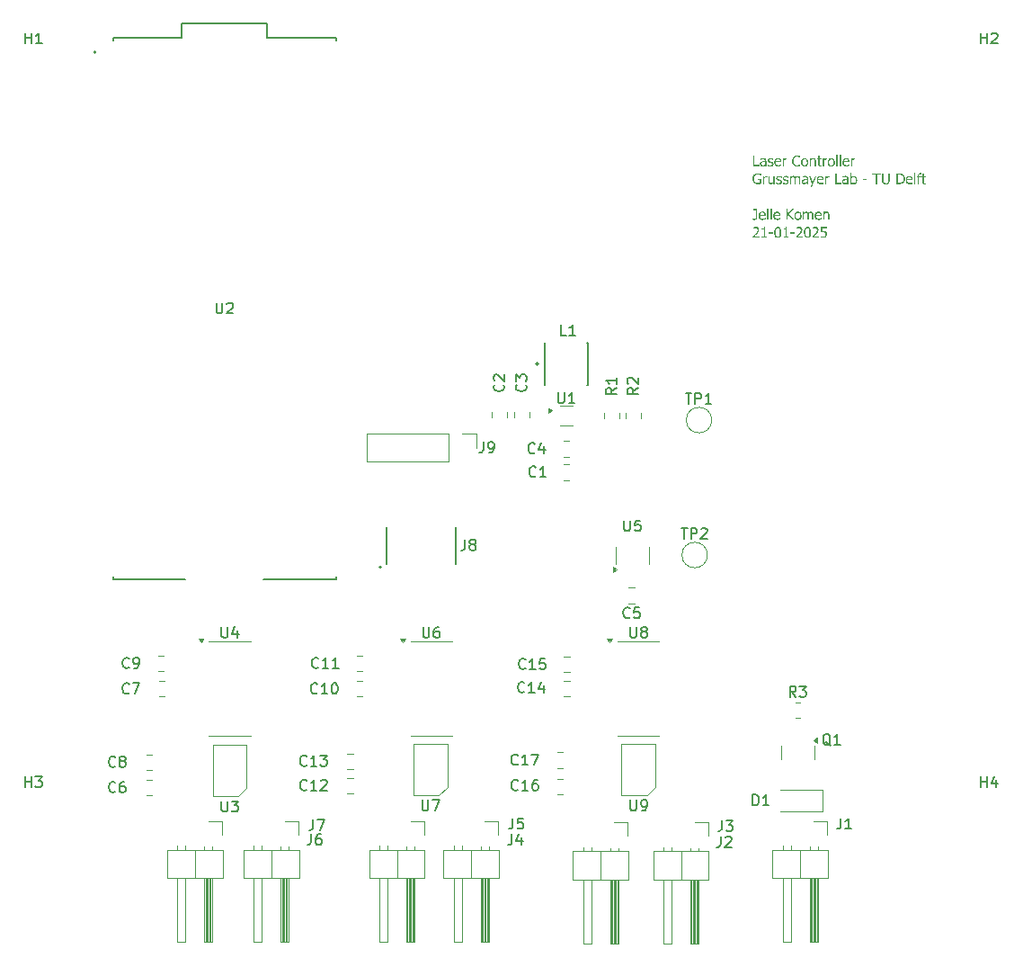
<source format=gbr>
%TF.GenerationSoftware,KiCad,Pcbnew,8.0.8*%
%TF.CreationDate,2025-01-22T12:02:44+01:00*%
%TF.ProjectId,laser_controller,6c617365-725f-4636-9f6e-74726f6c6c65,rev?*%
%TF.SameCoordinates,Original*%
%TF.FileFunction,Legend,Top*%
%TF.FilePolarity,Positive*%
%FSLAX46Y46*%
G04 Gerber Fmt 4.6, Leading zero omitted, Abs format (unit mm)*
G04 Created by KiCad (PCBNEW 8.0.8) date 2025-01-22 12:02:44*
%MOMM*%
%LPD*%
G01*
G04 APERTURE LIST*
%ADD10C,0.100000*%
%ADD11C,0.150000*%
%ADD12C,0.120000*%
%ADD13C,0.200000*%
%ADD14C,0.127000*%
G04 APERTURE END LIST*
D10*
G36*
X170396580Y-71810000D02*
G01*
X169803803Y-71810000D01*
X169803803Y-70793949D01*
X169939846Y-70793949D01*
X169939846Y-71688855D01*
X170396580Y-71688855D01*
X170396580Y-71810000D01*
G37*
G36*
X170784608Y-71029894D02*
G01*
X170834033Y-71034857D01*
X170866503Y-71040879D01*
X170914921Y-71056675D01*
X170958509Y-71081165D01*
X170963956Y-71085087D01*
X171000593Y-71121174D01*
X171026482Y-71166420D01*
X171040507Y-71214224D01*
X171046498Y-71266149D01*
X171046999Y-71288053D01*
X171046999Y-71810000D01*
X170918771Y-71810000D01*
X170918771Y-71722561D01*
X170879559Y-71752700D01*
X170876273Y-71755289D01*
X170834537Y-71783617D01*
X170825226Y-71788506D01*
X170779028Y-71809097D01*
X170758792Y-71815861D01*
X170708990Y-71824257D01*
X170669399Y-71825631D01*
X170620365Y-71820737D01*
X170579274Y-71808290D01*
X170534709Y-71784024D01*
X170504535Y-71758953D01*
X170473581Y-71719497D01*
X170454954Y-71682505D01*
X170440470Y-71632789D01*
X170436392Y-71586517D01*
X170437079Y-71577725D01*
X170569748Y-71577725D01*
X170576854Y-71626758D01*
X170604589Y-71670461D01*
X170606873Y-71672491D01*
X170652547Y-71696488D01*
X170702245Y-71704205D01*
X170715317Y-71704487D01*
X170766501Y-71699578D01*
X170813197Y-71684852D01*
X170825715Y-71678841D01*
X170867930Y-71653990D01*
X170907807Y-71624745D01*
X170918771Y-71615582D01*
X170918771Y-71415303D01*
X170866564Y-71419944D01*
X170815244Y-71424793D01*
X170802267Y-71426050D01*
X170753289Y-71431969D01*
X170702692Y-71441589D01*
X170688450Y-71445345D01*
X170641372Y-71464274D01*
X170603210Y-71491263D01*
X170576153Y-71533887D01*
X170569748Y-71577725D01*
X170437079Y-71577725D01*
X170440374Y-71535554D01*
X170453804Y-71486279D01*
X170470097Y-71453649D01*
X170500872Y-71415627D01*
X170542637Y-71383994D01*
X170576587Y-71366454D01*
X170623688Y-71348608D01*
X170671315Y-71336091D01*
X170723522Y-71327103D01*
X170728995Y-71326399D01*
X170779555Y-71320543D01*
X170832318Y-71315614D01*
X170881067Y-71312011D01*
X170918771Y-71309790D01*
X170918771Y-71284877D01*
X170913333Y-71234750D01*
X170904849Y-71211360D01*
X170873944Y-71173178D01*
X170866503Y-71168129D01*
X170821101Y-71149650D01*
X170805931Y-71146880D01*
X170755860Y-71142252D01*
X170732414Y-71141751D01*
X170680634Y-71146025D01*
X170631160Y-71155962D01*
X170627390Y-71156894D01*
X170578333Y-71171257D01*
X170529195Y-71190134D01*
X170506489Y-71200369D01*
X170498918Y-71200369D01*
X170498918Y-71064570D01*
X170548849Y-71052060D01*
X170597119Y-71042159D01*
X170601256Y-71041367D01*
X170651058Y-71033479D01*
X170700449Y-71029231D01*
X170733147Y-71028422D01*
X170784608Y-71029894D01*
G37*
G36*
X171432170Y-71825631D02*
G01*
X171380430Y-71823264D01*
X171331000Y-71816165D01*
X171288066Y-71805603D01*
X171241103Y-71790239D01*
X171194474Y-71771445D01*
X171177180Y-71763105D01*
X171177180Y-71622421D01*
X171184263Y-71622421D01*
X171222854Y-71649532D01*
X171266908Y-71673324D01*
X171282449Y-71680307D01*
X171328461Y-71697532D01*
X171354745Y-71705464D01*
X171402850Y-71714437D01*
X171437055Y-71716210D01*
X171487674Y-71711887D01*
X171502756Y-71709127D01*
X171550467Y-71693740D01*
X171555024Y-71691053D01*
X171589706Y-71658080D01*
X171600411Y-71609408D01*
X171600453Y-71605080D01*
X171590626Y-71557071D01*
X171575296Y-71536692D01*
X171531935Y-71512011D01*
X171486392Y-71498101D01*
X171438605Y-71487368D01*
X171421912Y-71483935D01*
X171372289Y-71472510D01*
X171348394Y-71466106D01*
X171298139Y-71447687D01*
X171253711Y-71421201D01*
X171220655Y-71388192D01*
X171196395Y-71345499D01*
X171183332Y-71296555D01*
X171180844Y-71260453D01*
X171185729Y-71211528D01*
X171202902Y-71162144D01*
X171232440Y-71118749D01*
X171259002Y-71093147D01*
X171301408Y-71064830D01*
X171350226Y-71044603D01*
X171398201Y-71033542D01*
X171451085Y-71028675D01*
X171467096Y-71028422D01*
X171519170Y-71030962D01*
X171571405Y-71038580D01*
X171595568Y-71043810D01*
X171644730Y-71057484D01*
X171692941Y-71076668D01*
X171704256Y-71082400D01*
X171704256Y-71216001D01*
X171697418Y-71216001D01*
X171655278Y-71189130D01*
X171609431Y-71167257D01*
X171587020Y-71158848D01*
X171537445Y-71145248D01*
X171487548Y-71138582D01*
X171464410Y-71137843D01*
X171412418Y-71142892D01*
X171365116Y-71159507D01*
X171356699Y-71164221D01*
X171322395Y-71199900D01*
X171312735Y-71244089D01*
X171321862Y-71292122D01*
X171338625Y-71315163D01*
X171380853Y-71339790D01*
X171422644Y-71353265D01*
X171471553Y-71364798D01*
X171486636Y-71367920D01*
X171534801Y-71378268D01*
X171561374Y-71384528D01*
X171610395Y-71400399D01*
X171654840Y-71424194D01*
X171689357Y-71454626D01*
X171715553Y-71496392D01*
X171729658Y-71548049D01*
X171732344Y-71587983D01*
X171726830Y-71638696D01*
X171712805Y-71681039D01*
X171686874Y-71724166D01*
X171655408Y-71756266D01*
X171614403Y-71784552D01*
X171568783Y-71805754D01*
X171562351Y-71808046D01*
X171511948Y-71820067D01*
X171460635Y-71825013D01*
X171432170Y-71825631D01*
G37*
G36*
X172202558Y-71031239D02*
G01*
X172252901Y-71040646D01*
X172277739Y-71048450D01*
X172323159Y-71070322D01*
X172363250Y-71100890D01*
X172373726Y-71111221D01*
X172406150Y-71152267D01*
X172429644Y-71196911D01*
X172436985Y-71215757D01*
X172450380Y-71265834D01*
X172457228Y-71318618D01*
X172458967Y-71366699D01*
X172458967Y-71434842D01*
X171927250Y-71434842D01*
X171930464Y-71490788D01*
X171940106Y-71540657D01*
X171958997Y-71590208D01*
X171986283Y-71631821D01*
X171994417Y-71640983D01*
X172036412Y-71675459D01*
X172080586Y-71696632D01*
X172131201Y-71708890D01*
X172180774Y-71712302D01*
X172230638Y-71709030D01*
X172264061Y-71703021D01*
X172312203Y-71689321D01*
X172338066Y-71679085D01*
X172382596Y-71657597D01*
X172396929Y-71649532D01*
X172436985Y-71622421D01*
X172444556Y-71622421D01*
X172444556Y-71761151D01*
X172398401Y-71779531D01*
X172388136Y-71783621D01*
X172341654Y-71800245D01*
X172327808Y-71804382D01*
X172279217Y-71816178D01*
X172259420Y-71820013D01*
X172209822Y-71825082D01*
X172182240Y-71825631D01*
X172126922Y-71823139D01*
X172075612Y-71815661D01*
X172028309Y-71803198D01*
X171976835Y-71781663D01*
X171931131Y-71752949D01*
X171897452Y-71723538D01*
X171863006Y-71682147D01*
X171835686Y-71634729D01*
X171815493Y-71581282D01*
X171804109Y-71532139D01*
X171797675Y-71478810D01*
X171796092Y-71433133D01*
X171798489Y-71377050D01*
X171803967Y-71337145D01*
X171927250Y-71337145D01*
X172333182Y-71337145D01*
X172329127Y-71288135D01*
X172320969Y-71251416D01*
X172300123Y-71205258D01*
X172289218Y-71190355D01*
X172250229Y-71157495D01*
X172231332Y-71148346D01*
X172183336Y-71136314D01*
X172143649Y-71133935D01*
X172093236Y-71138140D01*
X172055966Y-71148834D01*
X172011577Y-71173854D01*
X171990509Y-71191577D01*
X171959826Y-71230083D01*
X171946545Y-71255568D01*
X171931910Y-71303806D01*
X171927250Y-71337145D01*
X171803967Y-71337145D01*
X171805680Y-71324664D01*
X171817666Y-71275975D01*
X171838377Y-71222429D01*
X171865991Y-71174206D01*
X171894277Y-71138087D01*
X171933226Y-71100818D01*
X171976434Y-71071260D01*
X172023901Y-71049413D01*
X172075628Y-71035276D01*
X172131613Y-71028851D01*
X172151221Y-71028422D01*
X172202558Y-71031239D01*
G37*
G36*
X172992393Y-71184738D02*
G01*
X172985310Y-71184738D01*
X172954780Y-71178387D01*
X172915945Y-71176922D01*
X172867280Y-71181913D01*
X172818830Y-71196886D01*
X172812386Y-71199637D01*
X172768321Y-71223506D01*
X172729246Y-71253205D01*
X172714689Y-71266559D01*
X172714689Y-71810000D01*
X172585729Y-71810000D01*
X172585729Y-71044054D01*
X172714689Y-71044054D01*
X172714689Y-71157871D01*
X172753082Y-71125736D01*
X172796071Y-71094330D01*
X172838032Y-71069944D01*
X172886618Y-71051361D01*
X172937023Y-71044079D01*
X172940125Y-71044054D01*
X172969923Y-71045275D01*
X172992393Y-71048206D01*
X172992393Y-71184738D01*
G37*
G36*
X173936636Y-71825631D02*
G01*
X173887452Y-71823555D01*
X173834528Y-71816256D01*
X173784154Y-71803703D01*
X173751988Y-71792414D01*
X173706543Y-71771141D01*
X173664731Y-71744689D01*
X173626550Y-71713060D01*
X173606908Y-71693251D01*
X173574607Y-71653706D01*
X173546673Y-71608982D01*
X173525507Y-71564881D01*
X173511898Y-71529120D01*
X173497258Y-71478073D01*
X173486802Y-71423363D01*
X173481083Y-71372486D01*
X173478567Y-71318804D01*
X173478436Y-71302951D01*
X173479991Y-71248952D01*
X173484654Y-71198085D01*
X173493790Y-71143787D01*
X173506987Y-71093580D01*
X173510921Y-71081667D01*
X173529147Y-71036055D01*
X173554104Y-70988390D01*
X173583776Y-70944590D01*
X173606175Y-70917536D01*
X173642319Y-70881893D01*
X173682056Y-70851350D01*
X173725386Y-70825908D01*
X173751011Y-70813977D01*
X173799719Y-70796739D01*
X173851596Y-70785143D01*
X173900368Y-70779571D01*
X173938590Y-70778318D01*
X173988476Y-70780211D01*
X174035066Y-70785889D01*
X174083615Y-70795644D01*
X174118597Y-70804940D01*
X174164743Y-70821585D01*
X174186252Y-70830830D01*
X174231352Y-70852288D01*
X174254640Y-70864535D01*
X174254640Y-71028422D01*
X174243649Y-71028422D01*
X174206085Y-70996113D01*
X174197487Y-70989099D01*
X174157512Y-70960592D01*
X174128855Y-70943670D01*
X174082650Y-70922435D01*
X174043614Y-70909232D01*
X173994033Y-70898974D01*
X173944639Y-70895608D01*
X173937124Y-70895554D01*
X173885268Y-70899908D01*
X173835668Y-70912968D01*
X173813538Y-70921933D01*
X173768487Y-70947476D01*
X173728193Y-70981243D01*
X173711200Y-70999602D01*
X173681456Y-71041814D01*
X173658897Y-71087086D01*
X173643789Y-71128806D01*
X173631166Y-71179258D01*
X173623803Y-71227927D01*
X173620227Y-71279687D01*
X173619853Y-71303684D01*
X173621441Y-71353555D01*
X173627022Y-71405391D01*
X173637936Y-71457684D01*
X173645254Y-71481737D01*
X173664911Y-71530349D01*
X173688955Y-71573420D01*
X173714619Y-71607766D01*
X173751806Y-71644377D01*
X173793911Y-71672845D01*
X173815003Y-71683237D01*
X173862965Y-71699526D01*
X173913185Y-71707510D01*
X173937124Y-71708394D01*
X173987113Y-71705636D01*
X174036833Y-71696559D01*
X174046301Y-71693984D01*
X174093806Y-71677620D01*
X174135694Y-71657348D01*
X174178913Y-71630405D01*
X174200907Y-71613872D01*
X174238016Y-71581712D01*
X174244382Y-71575526D01*
X174254640Y-71575526D01*
X174254640Y-71737704D01*
X174210027Y-71758840D01*
X174190893Y-71767990D01*
X174143918Y-71787458D01*
X174118597Y-71796078D01*
X174070400Y-71810125D01*
X174035799Y-71818060D01*
X173985670Y-71824182D01*
X173936636Y-71825631D01*
G37*
G36*
X174711919Y-71032097D02*
G01*
X174763562Y-71043123D01*
X174810860Y-71061498D01*
X174853814Y-71087224D01*
X174892422Y-71120300D01*
X174904326Y-71132958D01*
X174936117Y-71175082D01*
X174961330Y-71223233D01*
X174979966Y-71277412D01*
X174990472Y-71327165D01*
X174996409Y-71381105D01*
X174997871Y-71427271D01*
X174995587Y-71484759D01*
X174988736Y-71538001D01*
X174977317Y-71586997D01*
X174957585Y-71640189D01*
X174931275Y-71687267D01*
X174904326Y-71721828D01*
X174867166Y-71757105D01*
X174825661Y-71785083D01*
X174779811Y-71805762D01*
X174729616Y-71819143D01*
X174675077Y-71825226D01*
X174655931Y-71825631D01*
X174598252Y-71821861D01*
X174545381Y-71810553D01*
X174497318Y-71791705D01*
X174454064Y-71765318D01*
X174415619Y-71731392D01*
X174403872Y-71718408D01*
X174372746Y-71675504D01*
X174348059Y-71627207D01*
X174329813Y-71573517D01*
X174319526Y-71524657D01*
X174313713Y-71472051D01*
X174312281Y-71427271D01*
X174445638Y-71427271D01*
X174447553Y-71477466D01*
X174454627Y-71530014D01*
X174469095Y-71582141D01*
X174493509Y-71630675D01*
X174500104Y-71640006D01*
X174534550Y-71674954D01*
X174581433Y-71700371D01*
X174631377Y-71711173D01*
X174655931Y-71712302D01*
X174708312Y-71706680D01*
X174758219Y-71687246D01*
X174799397Y-71653930D01*
X174810048Y-71641228D01*
X174836495Y-71595568D01*
X174852737Y-71545445D01*
X174861339Y-71494224D01*
X174864545Y-71444851D01*
X174864759Y-71427271D01*
X174862844Y-71375576D01*
X174855770Y-71321886D01*
X174841302Y-71269256D01*
X174816888Y-71221177D01*
X174810293Y-71212093D01*
X174771920Y-71174999D01*
X174724579Y-71151643D01*
X174674304Y-71142369D01*
X174655931Y-71141751D01*
X174602724Y-71147315D01*
X174552215Y-71166549D01*
X174510770Y-71199522D01*
X174500104Y-71212093D01*
X174473775Y-71257553D01*
X174457606Y-71307856D01*
X174449042Y-71359509D01*
X174445851Y-71409457D01*
X174445638Y-71427271D01*
X174312281Y-71427271D01*
X174314589Y-71370182D01*
X174321512Y-71317219D01*
X174333050Y-71268382D01*
X174352989Y-71215225D01*
X174379573Y-71168010D01*
X174406803Y-71133203D01*
X174444361Y-71097594D01*
X174486144Y-71069352D01*
X174532152Y-71048478D01*
X174582383Y-71034971D01*
X174636840Y-71028832D01*
X174655931Y-71028422D01*
X174711919Y-71032097D01*
G37*
G36*
X175729867Y-71810000D02*
G01*
X175600662Y-71810000D01*
X175600662Y-71376468D01*
X175599380Y-71325788D01*
X175595533Y-71278771D01*
X175585496Y-71229140D01*
X175575994Y-71206231D01*
X175542134Y-71169233D01*
X175532030Y-71163489D01*
X175483597Y-71150926D01*
X175455094Y-71149567D01*
X175406184Y-71155978D01*
X175358889Y-71173635D01*
X175355687Y-71175212D01*
X175311442Y-71200430D01*
X175271110Y-71229205D01*
X175255792Y-71241646D01*
X175255792Y-71810000D01*
X175126831Y-71810000D01*
X175126831Y-71044054D01*
X175255792Y-71044054D01*
X175255792Y-71133935D01*
X175295386Y-71101669D01*
X175338119Y-71072921D01*
X175369853Y-71055778D01*
X175416702Y-71038066D01*
X175465567Y-71029384D01*
X175488799Y-71028422D01*
X175542365Y-71033048D01*
X175589733Y-71046924D01*
X175635613Y-71073592D01*
X175665875Y-71102428D01*
X175693872Y-71143461D01*
X175713869Y-71192798D01*
X175724805Y-71242780D01*
X175729617Y-71299120D01*
X175729867Y-71316385D01*
X175729867Y-71810000D01*
G37*
G36*
X176139462Y-71825631D02*
G01*
X176089499Y-71821891D01*
X176040261Y-71808743D01*
X175994208Y-71783030D01*
X175974598Y-71765792D01*
X175943429Y-71721618D01*
X175925246Y-71670278D01*
X175916935Y-71615430D01*
X175915491Y-71576748D01*
X175915491Y-71153475D01*
X175828297Y-71153475D01*
X175828297Y-71044054D01*
X175915491Y-71044054D01*
X175915491Y-70825212D01*
X176044696Y-70825212D01*
X176044696Y-71044054D01*
X176282344Y-71044054D01*
X176282344Y-71153475D01*
X176044696Y-71153475D01*
X176044696Y-71516175D01*
X176045184Y-71567650D01*
X176046650Y-71605812D01*
X176057800Y-71654035D01*
X176062526Y-71664431D01*
X176098764Y-71699575D01*
X176100383Y-71700334D01*
X176150026Y-71711554D01*
X176171214Y-71712302D01*
X176221123Y-71705530D01*
X176232274Y-71702044D01*
X176274773Y-71684947D01*
X176282344Y-71684947D01*
X176282344Y-71803161D01*
X176234159Y-71814947D01*
X176208583Y-71819525D01*
X176159855Y-71825035D01*
X176139462Y-71825631D01*
G37*
G36*
X176782065Y-71184738D02*
G01*
X176774982Y-71184738D01*
X176744452Y-71178387D01*
X176705617Y-71176922D01*
X176656952Y-71181913D01*
X176608502Y-71196886D01*
X176602058Y-71199637D01*
X176557993Y-71223506D01*
X176518918Y-71253205D01*
X176504361Y-71266559D01*
X176504361Y-71810000D01*
X176375401Y-71810000D01*
X176375401Y-71044054D01*
X176504361Y-71044054D01*
X176504361Y-71157871D01*
X176542754Y-71125736D01*
X176585743Y-71094330D01*
X176627704Y-71069944D01*
X176676290Y-71051361D01*
X176726695Y-71044079D01*
X176729797Y-71044054D01*
X176759595Y-71045275D01*
X176782065Y-71048206D01*
X176782065Y-71184738D01*
G37*
G36*
X177221759Y-71032097D02*
G01*
X177273402Y-71043123D01*
X177320700Y-71061498D01*
X177363653Y-71087224D01*
X177402262Y-71120300D01*
X177414166Y-71132958D01*
X177445956Y-71175082D01*
X177471170Y-71223233D01*
X177489805Y-71277412D01*
X177500311Y-71327165D01*
X177506249Y-71381105D01*
X177507711Y-71427271D01*
X177505427Y-71484759D01*
X177498575Y-71538001D01*
X177487156Y-71586997D01*
X177467424Y-71640189D01*
X177441115Y-71687267D01*
X177414166Y-71721828D01*
X177377005Y-71757105D01*
X177335500Y-71785083D01*
X177289650Y-71805762D01*
X177239456Y-71819143D01*
X177184916Y-71825226D01*
X177165771Y-71825631D01*
X177108091Y-71821861D01*
X177055220Y-71810553D01*
X177007158Y-71791705D01*
X176963904Y-71765318D01*
X176925459Y-71731392D01*
X176913712Y-71718408D01*
X176882585Y-71675504D01*
X176857899Y-71627207D01*
X176839652Y-71573517D01*
X176829366Y-71524657D01*
X176823552Y-71472051D01*
X176822121Y-71427271D01*
X176955478Y-71427271D01*
X176957392Y-71477466D01*
X176964467Y-71530014D01*
X176978934Y-71582141D01*
X177003348Y-71630675D01*
X177009944Y-71640006D01*
X177044389Y-71674954D01*
X177091272Y-71700371D01*
X177141217Y-71711173D01*
X177165771Y-71712302D01*
X177218151Y-71706680D01*
X177268059Y-71687246D01*
X177309237Y-71653930D01*
X177319888Y-71641228D01*
X177346335Y-71595568D01*
X177362577Y-71545445D01*
X177371179Y-71494224D01*
X177374385Y-71444851D01*
X177374598Y-71427271D01*
X177372683Y-71375576D01*
X177365609Y-71321886D01*
X177351142Y-71269256D01*
X177326728Y-71221177D01*
X177320132Y-71212093D01*
X177281759Y-71174999D01*
X177234418Y-71151643D01*
X177184143Y-71142369D01*
X177165771Y-71141751D01*
X177112563Y-71147315D01*
X177062055Y-71166549D01*
X177020610Y-71199522D01*
X177009944Y-71212093D01*
X176983615Y-71257553D01*
X176967445Y-71307856D01*
X176958882Y-71359509D01*
X176955690Y-71409457D01*
X176955478Y-71427271D01*
X176822121Y-71427271D01*
X176824429Y-71370182D01*
X176831352Y-71317219D01*
X176842890Y-71268382D01*
X176862828Y-71215225D01*
X176889412Y-71168010D01*
X176916643Y-71133203D01*
X176954201Y-71097594D01*
X176995984Y-71069352D01*
X177041991Y-71048478D01*
X177092223Y-71034971D01*
X177146680Y-71028832D01*
X177165771Y-71028422D01*
X177221759Y-71032097D01*
G37*
G36*
X177764654Y-71810000D02*
G01*
X177635450Y-71810000D01*
X177635450Y-70747055D01*
X177764654Y-70747055D01*
X177764654Y-71810000D01*
G37*
G36*
X178086078Y-71810000D02*
G01*
X177956873Y-71810000D01*
X177956873Y-70747055D01*
X178086078Y-70747055D01*
X178086078Y-71810000D01*
G37*
G36*
X178629075Y-71031239D02*
G01*
X178679419Y-71040646D01*
X178704256Y-71048450D01*
X178749677Y-71070322D01*
X178789768Y-71100890D01*
X178800244Y-71111221D01*
X178832668Y-71152267D01*
X178856162Y-71196911D01*
X178863503Y-71215757D01*
X178876898Y-71265834D01*
X178883746Y-71318618D01*
X178885484Y-71366699D01*
X178885484Y-71434842D01*
X178353768Y-71434842D01*
X178356982Y-71490788D01*
X178366624Y-71540657D01*
X178385515Y-71590208D01*
X178412801Y-71631821D01*
X178420935Y-71640983D01*
X178462930Y-71675459D01*
X178507103Y-71696632D01*
X178557719Y-71708890D01*
X178607292Y-71712302D01*
X178657156Y-71709030D01*
X178690579Y-71703021D01*
X178738721Y-71689321D01*
X178764584Y-71679085D01*
X178809114Y-71657597D01*
X178823447Y-71649532D01*
X178863503Y-71622421D01*
X178871074Y-71622421D01*
X178871074Y-71761151D01*
X178824919Y-71779531D01*
X178814654Y-71783621D01*
X178768172Y-71800245D01*
X178754326Y-71804382D01*
X178705735Y-71816178D01*
X178685938Y-71820013D01*
X178636340Y-71825082D01*
X178608757Y-71825631D01*
X178553440Y-71823139D01*
X178502130Y-71815661D01*
X178454827Y-71803198D01*
X178403353Y-71781663D01*
X178357649Y-71752949D01*
X178323970Y-71723538D01*
X178289523Y-71682147D01*
X178262203Y-71634729D01*
X178242010Y-71581282D01*
X178230627Y-71532139D01*
X178224193Y-71478810D01*
X178222609Y-71433133D01*
X178225007Y-71377050D01*
X178230485Y-71337145D01*
X178353768Y-71337145D01*
X178759699Y-71337145D01*
X178755645Y-71288135D01*
X178747487Y-71251416D01*
X178726641Y-71205258D01*
X178715736Y-71190355D01*
X178676747Y-71157495D01*
X178657850Y-71148346D01*
X178609853Y-71136314D01*
X178570167Y-71133935D01*
X178519753Y-71138140D01*
X178482484Y-71148834D01*
X178438095Y-71173854D01*
X178417027Y-71191577D01*
X178386344Y-71230083D01*
X178373063Y-71255568D01*
X178358428Y-71303806D01*
X178353768Y-71337145D01*
X178230485Y-71337145D01*
X178232198Y-71324664D01*
X178244183Y-71275975D01*
X178264894Y-71222429D01*
X178292509Y-71174206D01*
X178320795Y-71138087D01*
X178359744Y-71100818D01*
X178402952Y-71071260D01*
X178450419Y-71049413D01*
X178502145Y-71035276D01*
X178558130Y-71028851D01*
X178577739Y-71028422D01*
X178629075Y-71031239D01*
G37*
G36*
X179418911Y-71184738D02*
G01*
X179411828Y-71184738D01*
X179381297Y-71178387D01*
X179342463Y-71176922D01*
X179293798Y-71181913D01*
X179245348Y-71196886D01*
X179238904Y-71199637D01*
X179194839Y-71223506D01*
X179155764Y-71253205D01*
X179141207Y-71266559D01*
X179141207Y-71810000D01*
X179012247Y-71810000D01*
X179012247Y-71044054D01*
X179141207Y-71044054D01*
X179141207Y-71157871D01*
X179179600Y-71125736D01*
X179222589Y-71094330D01*
X179264549Y-71069944D01*
X179313136Y-71051361D01*
X179363541Y-71044079D01*
X179366643Y-71044054D01*
X179396441Y-71045275D01*
X179418911Y-71048206D01*
X179418911Y-71184738D01*
G37*
G36*
X170231716Y-73505631D02*
G01*
X170178639Y-73503601D01*
X170127852Y-73497510D01*
X170079354Y-73487359D01*
X170033147Y-73473147D01*
X169984578Y-73452189D01*
X169939990Y-73425860D01*
X169899382Y-73394160D01*
X169878541Y-73374228D01*
X169844647Y-73333935D01*
X169815506Y-73288619D01*
X169793593Y-73244121D01*
X169779623Y-73208143D01*
X169764663Y-73156715D01*
X169755079Y-73108685D01*
X169748768Y-73057826D01*
X169745729Y-73004139D01*
X169745429Y-72980265D01*
X169747088Y-72928064D01*
X169752067Y-72878317D01*
X169761822Y-72824469D01*
X169775911Y-72773827D01*
X169780111Y-72761667D01*
X169799315Y-72715078D01*
X169825371Y-72666898D01*
X169856141Y-72623201D01*
X169879274Y-72596559D01*
X169916724Y-72561605D01*
X169958735Y-72531481D01*
X170005304Y-72506187D01*
X170033147Y-72494221D01*
X170079904Y-72478514D01*
X170128829Y-72467294D01*
X170179921Y-72460562D01*
X170233182Y-72458318D01*
X170283496Y-72460211D01*
X170331856Y-72465889D01*
X170381219Y-72475260D01*
X170422714Y-72486161D01*
X170471065Y-72502991D01*
X170499162Y-72514494D01*
X170545683Y-72535082D01*
X170567550Y-72545512D01*
X170567550Y-72708422D01*
X170555826Y-72708422D01*
X170516763Y-72676228D01*
X170503314Y-72666168D01*
X170460743Y-72639893D01*
X170426866Y-72622937D01*
X170379494Y-72603328D01*
X170331856Y-72589232D01*
X170283463Y-72579882D01*
X170231892Y-72575768D01*
X170216573Y-72575554D01*
X170163153Y-72579401D01*
X170113716Y-72590942D01*
X170068264Y-72610176D01*
X170026796Y-72637103D01*
X169989313Y-72671725D01*
X169977704Y-72684975D01*
X169946826Y-72728550D01*
X169922337Y-72777207D01*
X169904236Y-72830948D01*
X169894032Y-72879616D01*
X169888265Y-72931813D01*
X169886845Y-72976113D01*
X169888341Y-73025190D01*
X169893601Y-73076571D01*
X169903886Y-73128901D01*
X169910781Y-73153189D01*
X169929916Y-73202530D01*
X169954072Y-73246445D01*
X169980390Y-73281660D01*
X170015905Y-73317209D01*
X170056502Y-73345820D01*
X170086392Y-73361039D01*
X170135233Y-73377709D01*
X170183745Y-73386231D01*
X170226099Y-73388394D01*
X170276561Y-73386852D01*
X170326650Y-73382224D01*
X170340893Y-73380334D01*
X170390502Y-73370832D01*
X170437124Y-73355910D01*
X170437124Y-73095303D01*
X170200697Y-73095303D01*
X170200697Y-72974159D01*
X170571702Y-72974159D01*
X170571702Y-73418192D01*
X170525050Y-73438199D01*
X170501849Y-73447745D01*
X170454717Y-73465211D01*
X170420516Y-73475589D01*
X170372827Y-73488656D01*
X170329902Y-73498060D01*
X170278880Y-73504182D01*
X170231716Y-73505631D01*
G37*
G36*
X171134193Y-72864738D02*
G01*
X171127110Y-72864738D01*
X171096580Y-72858387D01*
X171057745Y-72856922D01*
X171009081Y-72861913D01*
X170960630Y-72876886D01*
X170954187Y-72879637D01*
X170910122Y-72903506D01*
X170871046Y-72933205D01*
X170856489Y-72946559D01*
X170856489Y-73490000D01*
X170727529Y-73490000D01*
X170727529Y-72724054D01*
X170856489Y-72724054D01*
X170856489Y-72837871D01*
X170894882Y-72805736D01*
X170937872Y-72774330D01*
X170979832Y-72749944D01*
X171028418Y-72731361D01*
X171078824Y-72724079D01*
X171081926Y-72724054D01*
X171111723Y-72725275D01*
X171134193Y-72728206D01*
X171134193Y-72864738D01*
G37*
G36*
X171829064Y-73490000D02*
G01*
X171700104Y-73490000D01*
X171700104Y-73399141D01*
X171659686Y-73432103D01*
X171617239Y-73461280D01*
X171586531Y-73478520D01*
X171537344Y-73497053D01*
X171487400Y-73504969D01*
X171467096Y-73505631D01*
X171415483Y-73501013D01*
X171372575Y-73489267D01*
X171328774Y-73466503D01*
X171295394Y-73437487D01*
X171266085Y-73397493D01*
X171245262Y-73351679D01*
X171244103Y-73348339D01*
X171232401Y-73300851D01*
X171226894Y-73250218D01*
X171226029Y-73217669D01*
X171226029Y-72724054D01*
X171355233Y-72724054D01*
X171355233Y-73157585D01*
X171356075Y-73206659D01*
X171359359Y-73255690D01*
X171359630Y-73258213D01*
X171370344Y-73306153D01*
X171379902Y-73327822D01*
X171413117Y-73365130D01*
X171422889Y-73370809D01*
X171471364Y-73383151D01*
X171500802Y-73384487D01*
X171549712Y-73377648D01*
X171598337Y-73358814D01*
X171601674Y-73357131D01*
X171646961Y-73330811D01*
X171688789Y-73299723D01*
X171700104Y-73289965D01*
X171700104Y-72724054D01*
X171829064Y-72724054D01*
X171829064Y-73490000D01*
G37*
G36*
X172219609Y-73505631D02*
G01*
X172167869Y-73503264D01*
X172118439Y-73496165D01*
X172075505Y-73485603D01*
X172028542Y-73470239D01*
X171981913Y-73451445D01*
X171964619Y-73443105D01*
X171964619Y-73302421D01*
X171971702Y-73302421D01*
X172010293Y-73329532D01*
X172054347Y-73353324D01*
X172069888Y-73360307D01*
X172115899Y-73377532D01*
X172142184Y-73385464D01*
X172190289Y-73394437D01*
X172224494Y-73396210D01*
X172275113Y-73391887D01*
X172290195Y-73389127D01*
X172337906Y-73373740D01*
X172342463Y-73371053D01*
X172377145Y-73338080D01*
X172387850Y-73289408D01*
X172387892Y-73285080D01*
X172378065Y-73237071D01*
X172362735Y-73216692D01*
X172319374Y-73192011D01*
X172273831Y-73178101D01*
X172226043Y-73167368D01*
X172209351Y-73163935D01*
X172159727Y-73152510D01*
X172135833Y-73146106D01*
X172085578Y-73127687D01*
X172041150Y-73101201D01*
X172008094Y-73068192D01*
X171983834Y-73025499D01*
X171970771Y-72976555D01*
X171968283Y-72940453D01*
X171973168Y-72891528D01*
X171990341Y-72842144D01*
X172019879Y-72798749D01*
X172046441Y-72773147D01*
X172088847Y-72744830D01*
X172137665Y-72724603D01*
X172185640Y-72713542D01*
X172238524Y-72708675D01*
X172254535Y-72708422D01*
X172306609Y-72710962D01*
X172358844Y-72718580D01*
X172383007Y-72723810D01*
X172432169Y-72737484D01*
X172480380Y-72756668D01*
X172491695Y-72762400D01*
X172491695Y-72896001D01*
X172484856Y-72896001D01*
X172442717Y-72869130D01*
X172396870Y-72847257D01*
X172374459Y-72838848D01*
X172324884Y-72825248D01*
X172274987Y-72818582D01*
X172251849Y-72817843D01*
X172199857Y-72822892D01*
X172152555Y-72839507D01*
X172144138Y-72844221D01*
X172109834Y-72879900D01*
X172100174Y-72924089D01*
X172109301Y-72972122D01*
X172126064Y-72995163D01*
X172168291Y-73019790D01*
X172210083Y-73033265D01*
X172258991Y-73044798D01*
X172274075Y-73047920D01*
X172322240Y-73058268D01*
X172348813Y-73064528D01*
X172397833Y-73080399D01*
X172442279Y-73104194D01*
X172476796Y-73134626D01*
X172502991Y-73176392D01*
X172517096Y-73228049D01*
X172519783Y-73267983D01*
X172514269Y-73318696D01*
X172500244Y-73361039D01*
X172474313Y-73404166D01*
X172442847Y-73436266D01*
X172401842Y-73464552D01*
X172356222Y-73485754D01*
X172349790Y-73488046D01*
X172299387Y-73500067D01*
X172248073Y-73505013D01*
X172219609Y-73505631D01*
G37*
G36*
X172843893Y-73505631D02*
G01*
X172792154Y-73503264D01*
X172742723Y-73496165D01*
X172699790Y-73485603D01*
X172652827Y-73470239D01*
X172606197Y-73451445D01*
X172588904Y-73443105D01*
X172588904Y-73302421D01*
X172595987Y-73302421D01*
X172634577Y-73329532D01*
X172678632Y-73353324D01*
X172694173Y-73360307D01*
X172740184Y-73377532D01*
X172766468Y-73385464D01*
X172814574Y-73394437D01*
X172848778Y-73396210D01*
X172899398Y-73391887D01*
X172914480Y-73389127D01*
X172962191Y-73373740D01*
X172966748Y-73371053D01*
X173001430Y-73338080D01*
X173012135Y-73289408D01*
X173012177Y-73285080D01*
X173002350Y-73237071D01*
X172987020Y-73216692D01*
X172943659Y-73192011D01*
X172898115Y-73178101D01*
X172850328Y-73167368D01*
X172833635Y-73163935D01*
X172784012Y-73152510D01*
X172760118Y-73146106D01*
X172709862Y-73127687D01*
X172665435Y-73101201D01*
X172632379Y-73068192D01*
X172608119Y-73025499D01*
X172595056Y-72976555D01*
X172592568Y-72940453D01*
X172597452Y-72891528D01*
X172614626Y-72842144D01*
X172644164Y-72798749D01*
X172670725Y-72773147D01*
X172713132Y-72744830D01*
X172761950Y-72724603D01*
X172809925Y-72713542D01*
X172862809Y-72708675D01*
X172878820Y-72708422D01*
X172930894Y-72710962D01*
X172983129Y-72718580D01*
X173007292Y-72723810D01*
X173056454Y-72737484D01*
X173104665Y-72756668D01*
X173115980Y-72762400D01*
X173115980Y-72896001D01*
X173109141Y-72896001D01*
X173067002Y-72869130D01*
X173021155Y-72847257D01*
X172998743Y-72838848D01*
X172949169Y-72825248D01*
X172899272Y-72818582D01*
X172876133Y-72817843D01*
X172824141Y-72822892D01*
X172776839Y-72839507D01*
X172768422Y-72844221D01*
X172734119Y-72879900D01*
X172724459Y-72924089D01*
X172733586Y-72972122D01*
X172750348Y-72995163D01*
X172792576Y-73019790D01*
X172834368Y-73033265D01*
X172883276Y-73044798D01*
X172898360Y-73047920D01*
X172946525Y-73058268D01*
X172973098Y-73064528D01*
X173022118Y-73080399D01*
X173066564Y-73104194D01*
X173101081Y-73134626D01*
X173127276Y-73176392D01*
X173141381Y-73228049D01*
X173144068Y-73267983D01*
X173138553Y-73318696D01*
X173124528Y-73361039D01*
X173098598Y-73404166D01*
X173067131Y-73436266D01*
X173026126Y-73464552D01*
X172980506Y-73485754D01*
X172974075Y-73488046D01*
X172923672Y-73500067D01*
X172872358Y-73505013D01*
X172843893Y-73505631D01*
G37*
G36*
X174131786Y-73490000D02*
G01*
X174131786Y-73049630D01*
X174130748Y-72999132D01*
X174127634Y-72952665D01*
X174119009Y-72904427D01*
X174110537Y-72882812D01*
X174077385Y-72845973D01*
X174071214Y-72842512D01*
X174023083Y-72830376D01*
X174002581Y-72829567D01*
X173953239Y-72838350D01*
X173917096Y-72854480D01*
X173873580Y-72882665D01*
X173834737Y-72914907D01*
X173822575Y-72926287D01*
X173824284Y-72953886D01*
X173825261Y-72991500D01*
X173825261Y-73490000D01*
X173696301Y-73490000D01*
X173696301Y-73049630D01*
X173695263Y-72999132D01*
X173692149Y-72952665D01*
X173683429Y-72904427D01*
X173674808Y-72882812D01*
X173641896Y-72845973D01*
X173635729Y-72842512D01*
X173587598Y-72830376D01*
X173567096Y-72829567D01*
X173518522Y-72837990D01*
X173478925Y-72856189D01*
X173436467Y-72884368D01*
X173397906Y-72916478D01*
X173389776Y-72924089D01*
X173389776Y-73490000D01*
X173260816Y-73490000D01*
X173260816Y-72724054D01*
X173389776Y-72724054D01*
X173389776Y-72814912D01*
X173427741Y-72780039D01*
X173468559Y-72749546D01*
X173490404Y-72736266D01*
X173535918Y-72717232D01*
X173585266Y-72708857D01*
X173600069Y-72708422D01*
X173648830Y-72712784D01*
X173696771Y-72727355D01*
X173720481Y-72739441D01*
X173759153Y-72771056D01*
X173787409Y-72811975D01*
X173800593Y-72841046D01*
X173836814Y-72803365D01*
X173876052Y-72769023D01*
X173914654Y-72742128D01*
X173961472Y-72720305D01*
X174011434Y-72709607D01*
X174035554Y-72708422D01*
X174085615Y-72712765D01*
X174125436Y-72723810D01*
X174169966Y-72748508D01*
X174196266Y-72773147D01*
X174225226Y-72814822D01*
X174244138Y-72859609D01*
X174255658Y-72909965D01*
X174260398Y-72961164D01*
X174260990Y-72989546D01*
X174260990Y-73490000D01*
X174131786Y-73490000D01*
G37*
G36*
X174730595Y-72709894D02*
G01*
X174780020Y-72714857D01*
X174812491Y-72720879D01*
X174860909Y-72736675D01*
X174904497Y-72761165D01*
X174909944Y-72765087D01*
X174946580Y-72801174D01*
X174972470Y-72846420D01*
X174986495Y-72894224D01*
X174992485Y-72946149D01*
X174992986Y-72968053D01*
X174992986Y-73490000D01*
X174864759Y-73490000D01*
X174864759Y-73402561D01*
X174825546Y-73432700D01*
X174822260Y-73435289D01*
X174780525Y-73463617D01*
X174771214Y-73468506D01*
X174725016Y-73489097D01*
X174704780Y-73495861D01*
X174654977Y-73504257D01*
X174615387Y-73505631D01*
X174566352Y-73500737D01*
X174525261Y-73488290D01*
X174480696Y-73464024D01*
X174450523Y-73438953D01*
X174419568Y-73399497D01*
X174400942Y-73362505D01*
X174386458Y-73312789D01*
X174382379Y-73266517D01*
X174383066Y-73257725D01*
X174515736Y-73257725D01*
X174522842Y-73306758D01*
X174550577Y-73350461D01*
X174552861Y-73352491D01*
X174598534Y-73376488D01*
X174648233Y-73384205D01*
X174661304Y-73384487D01*
X174712489Y-73379578D01*
X174759185Y-73364852D01*
X174771702Y-73358841D01*
X174813917Y-73333990D01*
X174853795Y-73304745D01*
X174864759Y-73295582D01*
X174864759Y-73095303D01*
X174812552Y-73099944D01*
X174761232Y-73104793D01*
X174748255Y-73106050D01*
X174699277Y-73111969D01*
X174648680Y-73121589D01*
X174634438Y-73125345D01*
X174587360Y-73144274D01*
X174549197Y-73171263D01*
X174522140Y-73213887D01*
X174515736Y-73257725D01*
X174383066Y-73257725D01*
X174386362Y-73215554D01*
X174399791Y-73166279D01*
X174416085Y-73133649D01*
X174446859Y-73095627D01*
X174488625Y-73063994D01*
X174522575Y-73046454D01*
X174569675Y-73028608D01*
X174617303Y-73016091D01*
X174669509Y-73007103D01*
X174674982Y-73006399D01*
X174725542Y-73000543D01*
X174778305Y-72995614D01*
X174827055Y-72992011D01*
X174864759Y-72989790D01*
X174864759Y-72964877D01*
X174859321Y-72914750D01*
X174850837Y-72891360D01*
X174819931Y-72853178D01*
X174812491Y-72848129D01*
X174767089Y-72829650D01*
X174751919Y-72826880D01*
X174701848Y-72822252D01*
X174678401Y-72821751D01*
X174626621Y-72826025D01*
X174577147Y-72835962D01*
X174573377Y-72836894D01*
X174524320Y-72851257D01*
X174475183Y-72870134D01*
X174452477Y-72880369D01*
X174444905Y-72880369D01*
X174444905Y-72744570D01*
X174494837Y-72732060D01*
X174543106Y-72722159D01*
X174547243Y-72721367D01*
X174597046Y-72713479D01*
X174646436Y-72709231D01*
X174679134Y-72708422D01*
X174730595Y-72709894D01*
G37*
G36*
X175768946Y-72724054D02*
G01*
X175356175Y-73771367D01*
X175217934Y-73771367D01*
X175355443Y-73452142D01*
X175076517Y-72724054D01*
X175215980Y-72724054D01*
X175425540Y-73290453D01*
X175634368Y-72724054D01*
X175768946Y-72724054D01*
G37*
G36*
X176206186Y-72711239D02*
G01*
X176256530Y-72720646D01*
X176281367Y-72728450D01*
X176326788Y-72750322D01*
X176366879Y-72780890D01*
X176377355Y-72791221D01*
X176409779Y-72832267D01*
X176433273Y-72876911D01*
X176440614Y-72895757D01*
X176454009Y-72945834D01*
X176460857Y-72998618D01*
X176462595Y-73046699D01*
X176462595Y-73114842D01*
X175930879Y-73114842D01*
X175934093Y-73170788D01*
X175943735Y-73220657D01*
X175962626Y-73270208D01*
X175989912Y-73311821D01*
X175998046Y-73320983D01*
X176040041Y-73355459D01*
X176084214Y-73376632D01*
X176134830Y-73388890D01*
X176184403Y-73392302D01*
X176234267Y-73389030D01*
X176267690Y-73383021D01*
X176315832Y-73369321D01*
X176341695Y-73359085D01*
X176386224Y-73337597D01*
X176400558Y-73329532D01*
X176440614Y-73302421D01*
X176448185Y-73302421D01*
X176448185Y-73441151D01*
X176402030Y-73459531D01*
X176391765Y-73463621D01*
X176345283Y-73480245D01*
X176331437Y-73484382D01*
X176282846Y-73496178D01*
X176263049Y-73500013D01*
X176213451Y-73505082D01*
X176185868Y-73505631D01*
X176130551Y-73503139D01*
X176079241Y-73495661D01*
X176031938Y-73483198D01*
X175980464Y-73461663D01*
X175934760Y-73432949D01*
X175901081Y-73403538D01*
X175866634Y-73362147D01*
X175839314Y-73314729D01*
X175819121Y-73261282D01*
X175807738Y-73212139D01*
X175801304Y-73158810D01*
X175799720Y-73113133D01*
X175802117Y-73057050D01*
X175807596Y-73017145D01*
X175930879Y-73017145D01*
X176336810Y-73017145D01*
X176332756Y-72968135D01*
X176324598Y-72931416D01*
X176303752Y-72885258D01*
X176292847Y-72870355D01*
X176253858Y-72837495D01*
X176234961Y-72828346D01*
X176186964Y-72816314D01*
X176147278Y-72813935D01*
X176096864Y-72818140D01*
X176059595Y-72828834D01*
X176015206Y-72853854D01*
X175994138Y-72871577D01*
X175963455Y-72910083D01*
X175950174Y-72935568D01*
X175935538Y-72983806D01*
X175930879Y-73017145D01*
X175807596Y-73017145D01*
X175809309Y-73004664D01*
X175821294Y-72955975D01*
X175842005Y-72902429D01*
X175869620Y-72854206D01*
X175897906Y-72818087D01*
X175936855Y-72780818D01*
X175980063Y-72751260D01*
X176027530Y-72729413D01*
X176079256Y-72715276D01*
X176135241Y-72708851D01*
X176154849Y-72708422D01*
X176206186Y-72711239D01*
G37*
G36*
X176990160Y-72864738D02*
G01*
X176983077Y-72864738D01*
X176952547Y-72858387D01*
X176913712Y-72856922D01*
X176865047Y-72861913D01*
X176816597Y-72876886D01*
X176810153Y-72879637D01*
X176766088Y-72903506D01*
X176727013Y-72933205D01*
X176712456Y-72946559D01*
X176712456Y-73490000D01*
X176583496Y-73490000D01*
X176583496Y-72724054D01*
X176712456Y-72724054D01*
X176712456Y-72837871D01*
X176750849Y-72805736D01*
X176793838Y-72774330D01*
X176835799Y-72749944D01*
X176884385Y-72731361D01*
X176934790Y-72724079D01*
X176937892Y-72724054D01*
X176967690Y-72725275D01*
X176990160Y-72728206D01*
X176990160Y-72864738D01*
G37*
G36*
X178127355Y-73490000D02*
G01*
X177534577Y-73490000D01*
X177534577Y-72473949D01*
X177670621Y-72473949D01*
X177670621Y-73368855D01*
X178127355Y-73368855D01*
X178127355Y-73490000D01*
G37*
G36*
X178515383Y-72709894D02*
G01*
X178564807Y-72714857D01*
X178597278Y-72720879D01*
X178645696Y-72736675D01*
X178689284Y-72761165D01*
X178694731Y-72765087D01*
X178731367Y-72801174D01*
X178757257Y-72846420D01*
X178771282Y-72894224D01*
X178777273Y-72946149D01*
X178777773Y-72968053D01*
X178777773Y-73490000D01*
X178649546Y-73490000D01*
X178649546Y-73402561D01*
X178610333Y-73432700D01*
X178607048Y-73435289D01*
X178565312Y-73463617D01*
X178556001Y-73468506D01*
X178509803Y-73489097D01*
X178489567Y-73495861D01*
X178439764Y-73504257D01*
X178400174Y-73505631D01*
X178351139Y-73500737D01*
X178310048Y-73488290D01*
X178265484Y-73464024D01*
X178235310Y-73438953D01*
X178204355Y-73399497D01*
X178185729Y-73362505D01*
X178171245Y-73312789D01*
X178167166Y-73266517D01*
X178167853Y-73257725D01*
X178300523Y-73257725D01*
X178307629Y-73306758D01*
X178335364Y-73350461D01*
X178337648Y-73352491D01*
X178383321Y-73376488D01*
X178433020Y-73384205D01*
X178446092Y-73384487D01*
X178497276Y-73379578D01*
X178543972Y-73364852D01*
X178556489Y-73358841D01*
X178598704Y-73333990D01*
X178638582Y-73304745D01*
X178649546Y-73295582D01*
X178649546Y-73095303D01*
X178597339Y-73099944D01*
X178546019Y-73104793D01*
X178533042Y-73106050D01*
X178484064Y-73111969D01*
X178433467Y-73121589D01*
X178419225Y-73125345D01*
X178372147Y-73144274D01*
X178333984Y-73171263D01*
X178306928Y-73213887D01*
X178300523Y-73257725D01*
X178167853Y-73257725D01*
X178171149Y-73215554D01*
X178184579Y-73166279D01*
X178200872Y-73133649D01*
X178231646Y-73095627D01*
X178273412Y-73063994D01*
X178307362Y-73046454D01*
X178354462Y-73028608D01*
X178402090Y-73016091D01*
X178454297Y-73007103D01*
X178459769Y-73006399D01*
X178510330Y-73000543D01*
X178563093Y-72995614D01*
X178611842Y-72992011D01*
X178649546Y-72989790D01*
X178649546Y-72964877D01*
X178644108Y-72914750D01*
X178635624Y-72891360D01*
X178604719Y-72853178D01*
X178597278Y-72848129D01*
X178551876Y-72829650D01*
X178536706Y-72826880D01*
X178486635Y-72822252D01*
X178463189Y-72821751D01*
X178411409Y-72826025D01*
X178361934Y-72835962D01*
X178358164Y-72836894D01*
X178309107Y-72851257D01*
X178259970Y-72870134D01*
X178237264Y-72880369D01*
X178229692Y-72880369D01*
X178229692Y-72744570D01*
X178279624Y-72732060D01*
X178327893Y-72722159D01*
X178332030Y-72721367D01*
X178381833Y-72713479D01*
X178431223Y-72709231D01*
X178463921Y-72708422D01*
X178515383Y-72709894D01*
G37*
G36*
X179084542Y-72810027D02*
G01*
X179125562Y-72776806D01*
X179169242Y-72748583D01*
X179190300Y-72737243D01*
X179239195Y-72718583D01*
X179288694Y-72709802D01*
X179319504Y-72708422D01*
X179373710Y-72713331D01*
X179422634Y-72728057D01*
X179466274Y-72752601D01*
X179504632Y-72786962D01*
X179524180Y-72811004D01*
X179553396Y-72859552D01*
X179572728Y-72907174D01*
X179586787Y-72960342D01*
X179594476Y-73008887D01*
X179598503Y-73061283D01*
X179599162Y-73094570D01*
X179596932Y-73150666D01*
X179590242Y-73203244D01*
X179579091Y-73252304D01*
X179559822Y-73306531D01*
X179534131Y-73355693D01*
X179507815Y-73392791D01*
X179471937Y-73431139D01*
X179432814Y-73461553D01*
X179383067Y-73487008D01*
X179328903Y-73501664D01*
X179278960Y-73505631D01*
X179227709Y-73502686D01*
X179177608Y-73492107D01*
X179171981Y-73490244D01*
X179125286Y-73470862D01*
X179084542Y-73448722D01*
X179076482Y-73490000D01*
X178955582Y-73490000D01*
X178955582Y-72918715D01*
X179084542Y-72918715D01*
X179084542Y-73345652D01*
X179130582Y-73365680D01*
X179171004Y-73378869D01*
X179221284Y-73387055D01*
X179254291Y-73388394D01*
X179306552Y-73382966D01*
X179356688Y-73364199D01*
X179398477Y-73332028D01*
X179409385Y-73319762D01*
X179436659Y-73274897D01*
X179453409Y-73224507D01*
X179462279Y-73172301D01*
X179465585Y-73121525D01*
X179465806Y-73103363D01*
X179463795Y-73047594D01*
X179457765Y-72998043D01*
X179445949Y-72949026D01*
X179426380Y-72903590D01*
X179423796Y-72899176D01*
X179389050Y-72859545D01*
X179342241Y-72836365D01*
X179289218Y-72829567D01*
X179239490Y-72835148D01*
X179192594Y-72850429D01*
X179182484Y-72854968D01*
X179137170Y-72879552D01*
X179095690Y-72909278D01*
X179084542Y-72918715D01*
X178955582Y-72918715D01*
X178955582Y-72427055D01*
X179084542Y-72427055D01*
X179084542Y-72810027D01*
G37*
G36*
X180521667Y-73095303D02*
G01*
X180134298Y-73095303D01*
X180134298Y-72974159D01*
X180521667Y-72974159D01*
X180521667Y-73095303D01*
G37*
G36*
X181359909Y-73490000D02*
G01*
X181359909Y-72595094D01*
X181016503Y-72595094D01*
X181016503Y-72473949D01*
X181839602Y-72473949D01*
X181839602Y-72595094D01*
X181495952Y-72595094D01*
X181495952Y-73490000D01*
X181359909Y-73490000D01*
G37*
G36*
X182294870Y-73505631D02*
G01*
X182240889Y-73503341D01*
X182191296Y-73496472D01*
X182141813Y-73483626D01*
X182137578Y-73482184D01*
X182089951Y-73461404D01*
X182047819Y-73434236D01*
X182022784Y-73412575D01*
X181989733Y-73373822D01*
X181964128Y-73330106D01*
X181947313Y-73286057D01*
X181935721Y-73236640D01*
X181928959Y-73186497D01*
X181925868Y-73137415D01*
X181925331Y-73104584D01*
X181925331Y-72473949D01*
X182061374Y-72473949D01*
X182061374Y-73108248D01*
X182062611Y-73157730D01*
X182067179Y-73207645D01*
X182070167Y-73226461D01*
X182084594Y-73274827D01*
X182105338Y-73312923D01*
X182139986Y-73350937D01*
X182179832Y-73375205D01*
X182228586Y-73390282D01*
X182278220Y-73395882D01*
X182294870Y-73396210D01*
X182344445Y-73392744D01*
X182392423Y-73381257D01*
X182408199Y-73375205D01*
X182452224Y-73349010D01*
X182485136Y-73312923D01*
X182507575Y-73269318D01*
X182519818Y-73226950D01*
X182526480Y-73178088D01*
X182528954Y-73128188D01*
X182529099Y-73111423D01*
X182529099Y-72473949D01*
X182665143Y-72473949D01*
X182665143Y-73104584D01*
X182663784Y-73155249D01*
X182659008Y-73207832D01*
X182649667Y-73260774D01*
X182643405Y-73285080D01*
X182624761Y-73334085D01*
X182598382Y-73377665D01*
X182567690Y-73412575D01*
X182528786Y-73444414D01*
X182485349Y-73469590D01*
X182453872Y-73482672D01*
X182405882Y-73495744D01*
X182356194Y-73502918D01*
X182306540Y-73505541D01*
X182294870Y-73505631D01*
G37*
G36*
X183576574Y-72474705D02*
G01*
X183631637Y-72477497D01*
X183680739Y-72482345D01*
X183729557Y-72490405D01*
X183751046Y-72495443D01*
X183799952Y-72510450D01*
X183848239Y-72530595D01*
X183890753Y-72554549D01*
X183931891Y-72584912D01*
X183968752Y-72619364D01*
X184001334Y-72657908D01*
X184029640Y-72700542D01*
X184043893Y-72726741D01*
X184065116Y-72775733D01*
X184081126Y-72828675D01*
X184090700Y-72877198D01*
X184096445Y-72928624D01*
X184098360Y-72982951D01*
X184096367Y-73034205D01*
X184090391Y-73083553D01*
X184078383Y-73138716D01*
X184060952Y-73191284D01*
X184041695Y-73234277D01*
X184015046Y-73280868D01*
X183984681Y-73322761D01*
X183950599Y-73359955D01*
X183912800Y-73392451D01*
X183889532Y-73408911D01*
X183845650Y-73433583D01*
X183796439Y-73455059D01*
X183746751Y-73470286D01*
X183731751Y-73473635D01*
X183683191Y-73481546D01*
X183634156Y-73486404D01*
X183579594Y-73489216D01*
X183527320Y-73490000D01*
X183291870Y-73490000D01*
X183291870Y-73372763D01*
X183427913Y-73372763D01*
X183531472Y-73372763D01*
X183580764Y-73371642D01*
X183631272Y-73367769D01*
X183681653Y-73360312D01*
X183690230Y-73358597D01*
X183739540Y-73344354D01*
X183785622Y-73323243D01*
X183814549Y-73305352D01*
X183855384Y-73272508D01*
X183889349Y-73233510D01*
X183916444Y-73188359D01*
X183921039Y-73178590D01*
X183938277Y-73130867D01*
X183949873Y-73077001D01*
X183955445Y-73023962D01*
X183956699Y-72980997D01*
X183954829Y-72931461D01*
X183948112Y-72878884D01*
X183936511Y-72830612D01*
X183917620Y-72781451D01*
X183892643Y-72737775D01*
X183861678Y-72699895D01*
X183824723Y-72667811D01*
X183801605Y-72652491D01*
X183756141Y-72628962D01*
X183708260Y-72611561D01*
X183685345Y-72605596D01*
X183634741Y-72596815D01*
X183586064Y-72592593D01*
X183537197Y-72591200D01*
X183531472Y-72591186D01*
X183427913Y-72591186D01*
X183427913Y-73372763D01*
X183291870Y-73372763D01*
X183291870Y-72473949D01*
X183524633Y-72473949D01*
X183576574Y-72474705D01*
G37*
G36*
X184584693Y-72711239D02*
G01*
X184635036Y-72720646D01*
X184659874Y-72728450D01*
X184705294Y-72750322D01*
X184745386Y-72780890D01*
X184755861Y-72791221D01*
X184788286Y-72832267D01*
X184811780Y-72876911D01*
X184819120Y-72895757D01*
X184832515Y-72945834D01*
X184839363Y-72998618D01*
X184841102Y-73046699D01*
X184841102Y-73114842D01*
X184309385Y-73114842D01*
X184312599Y-73170788D01*
X184322242Y-73220657D01*
X184341132Y-73270208D01*
X184368419Y-73311821D01*
X184376552Y-73320983D01*
X184418547Y-73355459D01*
X184462721Y-73376632D01*
X184513337Y-73388890D01*
X184562909Y-73392302D01*
X184612773Y-73389030D01*
X184646196Y-73383021D01*
X184694339Y-73369321D01*
X184720202Y-73359085D01*
X184764731Y-73337597D01*
X184779064Y-73329532D01*
X184819120Y-73302421D01*
X184826692Y-73302421D01*
X184826692Y-73441151D01*
X184780536Y-73459531D01*
X184770272Y-73463621D01*
X184723789Y-73480245D01*
X184709944Y-73484382D01*
X184661353Y-73496178D01*
X184641556Y-73500013D01*
X184591957Y-73505082D01*
X184564375Y-73505631D01*
X184509058Y-73503139D01*
X184457748Y-73495661D01*
X184410445Y-73483198D01*
X184358971Y-73461663D01*
X184313267Y-73432949D01*
X184279588Y-73403538D01*
X184245141Y-73362147D01*
X184217821Y-73314729D01*
X184197628Y-73261282D01*
X184186245Y-73212139D01*
X184179811Y-73158810D01*
X184178227Y-73113133D01*
X184180624Y-73057050D01*
X184186102Y-73017145D01*
X184309385Y-73017145D01*
X184715317Y-73017145D01*
X184711262Y-72968135D01*
X184703105Y-72931416D01*
X184682258Y-72885258D01*
X184671353Y-72870355D01*
X184632365Y-72837495D01*
X184613468Y-72828346D01*
X184565471Y-72816314D01*
X184525785Y-72813935D01*
X184475371Y-72818140D01*
X184438101Y-72828834D01*
X184393713Y-72853854D01*
X184372644Y-72871577D01*
X184341961Y-72910083D01*
X184328681Y-72935568D01*
X184314045Y-72983806D01*
X184309385Y-73017145D01*
X184186102Y-73017145D01*
X184187815Y-73004664D01*
X184199801Y-72955975D01*
X184220512Y-72902429D01*
X184248127Y-72854206D01*
X184276413Y-72818087D01*
X184315362Y-72780818D01*
X184358570Y-72751260D01*
X184406037Y-72729413D01*
X184457763Y-72715276D01*
X184513748Y-72708851D01*
X184533356Y-72708422D01*
X184584693Y-72711239D01*
G37*
G36*
X185099755Y-73490000D02*
G01*
X184970551Y-73490000D01*
X184970551Y-72427055D01*
X185099755Y-72427055D01*
X185099755Y-73490000D01*
G37*
G36*
X185692044Y-72552107D02*
G01*
X185685205Y-72552107D01*
X185635624Y-72544291D01*
X185586088Y-72540479D01*
X185577983Y-72540383D01*
X185527440Y-72544453D01*
X185479141Y-72561403D01*
X185461723Y-72574822D01*
X185436829Y-72619397D01*
X185428260Y-72667707D01*
X185427041Y-72699630D01*
X185427041Y-72724054D01*
X185640509Y-72724054D01*
X185640509Y-72833475D01*
X185431193Y-72833475D01*
X185431193Y-73490000D01*
X185301988Y-73490000D01*
X185301988Y-72833475D01*
X185214794Y-72833475D01*
X185214794Y-72724054D01*
X185301988Y-72724054D01*
X185301988Y-72699630D01*
X185305167Y-72644253D01*
X185314704Y-72595024D01*
X185333389Y-72546290D01*
X185364335Y-72501062D01*
X185368422Y-72496664D01*
X185410488Y-72463015D01*
X185455536Y-72442350D01*
X185507789Y-72430386D01*
X185559420Y-72427055D01*
X185610149Y-72428947D01*
X185629518Y-72430718D01*
X185679452Y-72437039D01*
X185692044Y-72439023D01*
X185692044Y-72552107D01*
G37*
G36*
X185966817Y-73505631D02*
G01*
X185916854Y-73501891D01*
X185867616Y-73488743D01*
X185821563Y-73463030D01*
X185801953Y-73445792D01*
X185770784Y-73401618D01*
X185752602Y-73350278D01*
X185744290Y-73295430D01*
X185742847Y-73256748D01*
X185742847Y-72833475D01*
X185655652Y-72833475D01*
X185655652Y-72724054D01*
X185742847Y-72724054D01*
X185742847Y-72505212D01*
X185872051Y-72505212D01*
X185872051Y-72724054D01*
X186109699Y-72724054D01*
X186109699Y-72833475D01*
X185872051Y-72833475D01*
X185872051Y-73196175D01*
X185872540Y-73247650D01*
X185874005Y-73285812D01*
X185885155Y-73334035D01*
X185889881Y-73344431D01*
X185926119Y-73379575D01*
X185927739Y-73380334D01*
X185977381Y-73391554D01*
X185998569Y-73392302D01*
X186048478Y-73385530D01*
X186059630Y-73382044D01*
X186102128Y-73364947D01*
X186109699Y-73364947D01*
X186109699Y-73483161D01*
X186061514Y-73494947D01*
X186035938Y-73499525D01*
X185987211Y-73505035D01*
X185966817Y-73505631D01*
G37*
G36*
X170189218Y-76586950D02*
G01*
X170185279Y-76642574D01*
X170173463Y-76692330D01*
X170150314Y-76742011D01*
X170116875Y-76784028D01*
X170106908Y-76793335D01*
X170062380Y-76824965D01*
X170017682Y-76845227D01*
X169967631Y-76858571D01*
X169912228Y-76864996D01*
X169886845Y-76865631D01*
X169836852Y-76863246D01*
X169798429Y-76859525D01*
X169747749Y-76852808D01*
X169706106Y-76844870D01*
X169706106Y-76709316D01*
X169713677Y-76709316D01*
X169761218Y-76727079D01*
X169783531Y-76734717D01*
X169833440Y-76746137D01*
X169868283Y-76748394D01*
X169918679Y-76745683D01*
X169966550Y-76735100D01*
X169968911Y-76734228D01*
X170011173Y-76708642D01*
X170024354Y-76693196D01*
X170043873Y-76647789D01*
X170047801Y-76626517D01*
X170052288Y-76575226D01*
X170053175Y-76535170D01*
X170053175Y-75943370D01*
X169836775Y-75943370D01*
X169836775Y-75833949D01*
X170189218Y-75833949D01*
X170189218Y-76586950D01*
G37*
G36*
X170729285Y-76071239D02*
G01*
X170779628Y-76080646D01*
X170804466Y-76088450D01*
X170849886Y-76110322D01*
X170889977Y-76140890D01*
X170900453Y-76151221D01*
X170932877Y-76192267D01*
X170956372Y-76236911D01*
X170963712Y-76255757D01*
X170977107Y-76305834D01*
X170983955Y-76358618D01*
X170985694Y-76406699D01*
X170985694Y-76474842D01*
X170453977Y-76474842D01*
X170457191Y-76530788D01*
X170466833Y-76580657D01*
X170485724Y-76630208D01*
X170513010Y-76671821D01*
X170521144Y-76680983D01*
X170563139Y-76715459D01*
X170607313Y-76736632D01*
X170657928Y-76748890D01*
X170707501Y-76752302D01*
X170757365Y-76749030D01*
X170790788Y-76743021D01*
X170838931Y-76729321D01*
X170864794Y-76719085D01*
X170909323Y-76697597D01*
X170923656Y-76689532D01*
X170963712Y-76662421D01*
X170971284Y-76662421D01*
X170971284Y-76801151D01*
X170925128Y-76819531D01*
X170914863Y-76823621D01*
X170868381Y-76840245D01*
X170854535Y-76844382D01*
X170805944Y-76856178D01*
X170786147Y-76860013D01*
X170736549Y-76865082D01*
X170708967Y-76865631D01*
X170653650Y-76863139D01*
X170602339Y-76855661D01*
X170555036Y-76843198D01*
X170503562Y-76821663D01*
X170457858Y-76792949D01*
X170424180Y-76763538D01*
X170389733Y-76722147D01*
X170362413Y-76674729D01*
X170342220Y-76621282D01*
X170330837Y-76572139D01*
X170324403Y-76518810D01*
X170322819Y-76473133D01*
X170325216Y-76417050D01*
X170330694Y-76377145D01*
X170453977Y-76377145D01*
X170859909Y-76377145D01*
X170855854Y-76328135D01*
X170847697Y-76291416D01*
X170826850Y-76245258D01*
X170815945Y-76230355D01*
X170776957Y-76197495D01*
X170758060Y-76188346D01*
X170710063Y-76176314D01*
X170670376Y-76173935D01*
X170619963Y-76178140D01*
X170582693Y-76188834D01*
X170538304Y-76213854D01*
X170517236Y-76231577D01*
X170486553Y-76270083D01*
X170473272Y-76295568D01*
X170458637Y-76343806D01*
X170453977Y-76377145D01*
X170330694Y-76377145D01*
X170332407Y-76364664D01*
X170344393Y-76315975D01*
X170365104Y-76262429D01*
X170392718Y-76214206D01*
X170421004Y-76178087D01*
X170459953Y-76140818D01*
X170503162Y-76111260D01*
X170550629Y-76089413D01*
X170602355Y-76075276D01*
X170658340Y-76068851D01*
X170677948Y-76068422D01*
X170729285Y-76071239D01*
G37*
G36*
X171244347Y-76850000D02*
G01*
X171115143Y-76850000D01*
X171115143Y-75787055D01*
X171244347Y-75787055D01*
X171244347Y-76850000D01*
G37*
G36*
X171565771Y-76850000D02*
G01*
X171436566Y-76850000D01*
X171436566Y-75787055D01*
X171565771Y-75787055D01*
X171565771Y-76850000D01*
G37*
G36*
X172108768Y-76071239D02*
G01*
X172159112Y-76080646D01*
X172183949Y-76088450D01*
X172229370Y-76110322D01*
X172269461Y-76140890D01*
X172279937Y-76151221D01*
X172312361Y-76192267D01*
X172335855Y-76236911D01*
X172343196Y-76255757D01*
X172356591Y-76305834D01*
X172363439Y-76358618D01*
X172365177Y-76406699D01*
X172365177Y-76474842D01*
X171833461Y-76474842D01*
X171836675Y-76530788D01*
X171846317Y-76580657D01*
X171865208Y-76630208D01*
X171892494Y-76671821D01*
X171900628Y-76680983D01*
X171942623Y-76715459D01*
X171986796Y-76736632D01*
X172037412Y-76748890D01*
X172086985Y-76752302D01*
X172136849Y-76749030D01*
X172170272Y-76743021D01*
X172218414Y-76729321D01*
X172244277Y-76719085D01*
X172288806Y-76697597D01*
X172303140Y-76689532D01*
X172343196Y-76662421D01*
X172350767Y-76662421D01*
X172350767Y-76801151D01*
X172304612Y-76819531D01*
X172294347Y-76823621D01*
X172247865Y-76840245D01*
X172234019Y-76844382D01*
X172185428Y-76856178D01*
X172165631Y-76860013D01*
X172116033Y-76865082D01*
X172088450Y-76865631D01*
X172033133Y-76863139D01*
X171981823Y-76855661D01*
X171934520Y-76843198D01*
X171883046Y-76821663D01*
X171837342Y-76792949D01*
X171803663Y-76763538D01*
X171769216Y-76722147D01*
X171741896Y-76674729D01*
X171721703Y-76621282D01*
X171710320Y-76572139D01*
X171703886Y-76518810D01*
X171702302Y-76473133D01*
X171704699Y-76417050D01*
X171710178Y-76377145D01*
X171833461Y-76377145D01*
X172239392Y-76377145D01*
X172235338Y-76328135D01*
X172227180Y-76291416D01*
X172206334Y-76245258D01*
X172195429Y-76230355D01*
X172156440Y-76197495D01*
X172137543Y-76188346D01*
X172089546Y-76176314D01*
X172049860Y-76173935D01*
X171999446Y-76178140D01*
X171962177Y-76188834D01*
X171917788Y-76213854D01*
X171896720Y-76231577D01*
X171866037Y-76270083D01*
X171852756Y-76295568D01*
X171838120Y-76343806D01*
X171833461Y-76377145D01*
X171710178Y-76377145D01*
X171711891Y-76364664D01*
X171723876Y-76315975D01*
X171744587Y-76262429D01*
X171772202Y-76214206D01*
X171800488Y-76178087D01*
X171839437Y-76140818D01*
X171882645Y-76111260D01*
X171930112Y-76089413D01*
X171981838Y-76075276D01*
X172037823Y-76068851D01*
X172057431Y-76068422D01*
X172108768Y-76071239D01*
G37*
G36*
X173684089Y-76850000D02*
G01*
X173507501Y-76850000D01*
X173134542Y-76377145D01*
X173074947Y-76444068D01*
X173074947Y-76850000D01*
X172938904Y-76850000D01*
X172938904Y-75833949D01*
X173074947Y-75833949D01*
X173074947Y-76301430D01*
X173493824Y-75833949D01*
X173659420Y-75833949D01*
X173236392Y-76287752D01*
X173684089Y-76850000D01*
G37*
G36*
X174076888Y-76072097D02*
G01*
X174128531Y-76083123D01*
X174175829Y-76101498D01*
X174218782Y-76127224D01*
X174257391Y-76160300D01*
X174269295Y-76172958D01*
X174301085Y-76215082D01*
X174326299Y-76263233D01*
X174344935Y-76317412D01*
X174355440Y-76367165D01*
X174361378Y-76421105D01*
X174362840Y-76467271D01*
X174360556Y-76524759D01*
X174353704Y-76578001D01*
X174342285Y-76626997D01*
X174322553Y-76680189D01*
X174296244Y-76727267D01*
X174269295Y-76761828D01*
X174232134Y-76797105D01*
X174190629Y-76825083D01*
X174144779Y-76845762D01*
X174094585Y-76859143D01*
X174040045Y-76865226D01*
X174020900Y-76865631D01*
X173963220Y-76861861D01*
X173910349Y-76850553D01*
X173862287Y-76831705D01*
X173819033Y-76805318D01*
X173780588Y-76771392D01*
X173768841Y-76758408D01*
X173737714Y-76715504D01*
X173713028Y-76667207D01*
X173694781Y-76613517D01*
X173684495Y-76564657D01*
X173678681Y-76512051D01*
X173677250Y-76467271D01*
X173810607Y-76467271D01*
X173812521Y-76517466D01*
X173819596Y-76570014D01*
X173834063Y-76622141D01*
X173858477Y-76670675D01*
X173865073Y-76680006D01*
X173899518Y-76714954D01*
X173946401Y-76740371D01*
X173996346Y-76751173D01*
X174020900Y-76752302D01*
X174073280Y-76746680D01*
X174123188Y-76727246D01*
X174164366Y-76693930D01*
X174175017Y-76681228D01*
X174201464Y-76635568D01*
X174217706Y-76585445D01*
X174226308Y-76534224D01*
X174229514Y-76484851D01*
X174229727Y-76467271D01*
X174227813Y-76415576D01*
X174220738Y-76361886D01*
X174206271Y-76309256D01*
X174181857Y-76261177D01*
X174175261Y-76252093D01*
X174136888Y-76214999D01*
X174089547Y-76191643D01*
X174039272Y-76182369D01*
X174020900Y-76181751D01*
X173967692Y-76187315D01*
X173917184Y-76206549D01*
X173875739Y-76239522D01*
X173865073Y-76252093D01*
X173838744Y-76297553D01*
X173822574Y-76347856D01*
X173814011Y-76399509D01*
X173810819Y-76449457D01*
X173810607Y-76467271D01*
X173677250Y-76467271D01*
X173679558Y-76410182D01*
X173686481Y-76357219D01*
X173698019Y-76308382D01*
X173717957Y-76255225D01*
X173744542Y-76208010D01*
X173771772Y-76173203D01*
X173809330Y-76137594D01*
X173851113Y-76109352D01*
X173897120Y-76088478D01*
X173947352Y-76074971D01*
X174001809Y-76068832D01*
X174020900Y-76068422D01*
X174076888Y-76072097D01*
G37*
G36*
X175343230Y-76850000D02*
G01*
X175343230Y-76409630D01*
X175342192Y-76359132D01*
X175339078Y-76312665D01*
X175330454Y-76264427D01*
X175321981Y-76242812D01*
X175288829Y-76205973D01*
X175282658Y-76202512D01*
X175234527Y-76190376D01*
X175214026Y-76189567D01*
X175164683Y-76198350D01*
X175128541Y-76214480D01*
X175085025Y-76242665D01*
X175046182Y-76274907D01*
X175034019Y-76286287D01*
X175035729Y-76313886D01*
X175036706Y-76351500D01*
X175036706Y-76850000D01*
X174907745Y-76850000D01*
X174907745Y-76409630D01*
X174906707Y-76359132D01*
X174903593Y-76312665D01*
X174894873Y-76264427D01*
X174886252Y-76242812D01*
X174853340Y-76205973D01*
X174847173Y-76202512D01*
X174799042Y-76190376D01*
X174778541Y-76189567D01*
X174729966Y-76197990D01*
X174690369Y-76216189D01*
X174647912Y-76244368D01*
X174609350Y-76276478D01*
X174601221Y-76284089D01*
X174601221Y-76850000D01*
X174472260Y-76850000D01*
X174472260Y-76084054D01*
X174601221Y-76084054D01*
X174601221Y-76174912D01*
X174639185Y-76140039D01*
X174680003Y-76109546D01*
X174701849Y-76096266D01*
X174747363Y-76077232D01*
X174796710Y-76068857D01*
X174811514Y-76068422D01*
X174860275Y-76072784D01*
X174908215Y-76087355D01*
X174931926Y-76099441D01*
X174970598Y-76131056D01*
X174998854Y-76171975D01*
X175012037Y-76201046D01*
X175048259Y-76163365D01*
X175087496Y-76129023D01*
X175126099Y-76102128D01*
X175172917Y-76080305D01*
X175222879Y-76069607D01*
X175246999Y-76068422D01*
X175297060Y-76072765D01*
X175336880Y-76083810D01*
X175381410Y-76108508D01*
X175407711Y-76133147D01*
X175436670Y-76174822D01*
X175455582Y-76219609D01*
X175467103Y-76269965D01*
X175471842Y-76321164D01*
X175472435Y-76349546D01*
X175472435Y-76850000D01*
X175343230Y-76850000D01*
G37*
G36*
X176001022Y-76071239D02*
G01*
X176051366Y-76080646D01*
X176076203Y-76088450D01*
X176121624Y-76110322D01*
X176161715Y-76140890D01*
X176172191Y-76151221D01*
X176204615Y-76192267D01*
X176228109Y-76236911D01*
X176235450Y-76255757D01*
X176248845Y-76305834D01*
X176255693Y-76358618D01*
X176257431Y-76406699D01*
X176257431Y-76474842D01*
X175725715Y-76474842D01*
X175728929Y-76530788D01*
X175738571Y-76580657D01*
X175757462Y-76630208D01*
X175784748Y-76671821D01*
X175792882Y-76680983D01*
X175834877Y-76715459D01*
X175879050Y-76736632D01*
X175929666Y-76748890D01*
X175979239Y-76752302D01*
X176029103Y-76749030D01*
X176062526Y-76743021D01*
X176110668Y-76729321D01*
X176136531Y-76719085D01*
X176181060Y-76697597D01*
X176195394Y-76689532D01*
X176235450Y-76662421D01*
X176243021Y-76662421D01*
X176243021Y-76801151D01*
X176196866Y-76819531D01*
X176186601Y-76823621D01*
X176140119Y-76840245D01*
X176126273Y-76844382D01*
X176077682Y-76856178D01*
X176057885Y-76860013D01*
X176008287Y-76865082D01*
X175980704Y-76865631D01*
X175925387Y-76863139D01*
X175874077Y-76855661D01*
X175826774Y-76843198D01*
X175775300Y-76821663D01*
X175729596Y-76792949D01*
X175695917Y-76763538D01*
X175661470Y-76722147D01*
X175634150Y-76674729D01*
X175613957Y-76621282D01*
X175602574Y-76572139D01*
X175596140Y-76518810D01*
X175594556Y-76473133D01*
X175596953Y-76417050D01*
X175602432Y-76377145D01*
X175725715Y-76377145D01*
X176131646Y-76377145D01*
X176127592Y-76328135D01*
X176119434Y-76291416D01*
X176098588Y-76245258D01*
X176087683Y-76230355D01*
X176048694Y-76197495D01*
X176029797Y-76188346D01*
X175981800Y-76176314D01*
X175942114Y-76173935D01*
X175891700Y-76178140D01*
X175854431Y-76188834D01*
X175810042Y-76213854D01*
X175788974Y-76231577D01*
X175758291Y-76270083D01*
X175745010Y-76295568D01*
X175730374Y-76343806D01*
X175725715Y-76377145D01*
X175602432Y-76377145D01*
X175604145Y-76364664D01*
X175616130Y-76315975D01*
X175636841Y-76262429D01*
X175664456Y-76214206D01*
X175692742Y-76178087D01*
X175731691Y-76140818D01*
X175774899Y-76111260D01*
X175822366Y-76089413D01*
X175874092Y-76075276D01*
X175930077Y-76068851D01*
X175949685Y-76068422D01*
X176001022Y-76071239D01*
G37*
G36*
X176987229Y-76850000D02*
G01*
X176858025Y-76850000D01*
X176858025Y-76416468D01*
X176856742Y-76365788D01*
X176852896Y-76318771D01*
X176842859Y-76269140D01*
X176833356Y-76246231D01*
X176799496Y-76209233D01*
X176789392Y-76203489D01*
X176740959Y-76190926D01*
X176712456Y-76189567D01*
X176663546Y-76195978D01*
X176616252Y-76213635D01*
X176613049Y-76215212D01*
X176568804Y-76240430D01*
X176528473Y-76269205D01*
X176513154Y-76281646D01*
X176513154Y-76850000D01*
X176384193Y-76850000D01*
X176384193Y-76084054D01*
X176513154Y-76084054D01*
X176513154Y-76173935D01*
X176552748Y-76141669D01*
X176595481Y-76112921D01*
X176627215Y-76095778D01*
X176674064Y-76078066D01*
X176722929Y-76069384D01*
X176746161Y-76068422D01*
X176799727Y-76073048D01*
X176847095Y-76086924D01*
X176892975Y-76113592D01*
X176923237Y-76142428D01*
X176951234Y-76183461D01*
X176971231Y-76232798D01*
X176982167Y-76282780D01*
X176986979Y-76339120D01*
X176987229Y-76356385D01*
X176987229Y-76850000D01*
G37*
G36*
X170406106Y-78530000D02*
G01*
X169774982Y-78530000D01*
X169774982Y-78386629D01*
X169812577Y-78351215D01*
X169848973Y-78316691D01*
X169888009Y-78279372D01*
X169903210Y-78264752D01*
X169940781Y-78227815D01*
X169977780Y-78189971D01*
X170014206Y-78151222D01*
X170021423Y-78143363D01*
X170056094Y-78104984D01*
X170092914Y-78062188D01*
X170124513Y-78022947D01*
X170154780Y-77981659D01*
X170180669Y-77940397D01*
X170203209Y-77892269D01*
X170217401Y-77843139D01*
X170223245Y-77793007D01*
X170223412Y-77782861D01*
X170217627Y-77732141D01*
X170209979Y-77709099D01*
X170184333Y-77667288D01*
X170173342Y-77656099D01*
X170131089Y-77630684D01*
X170117655Y-77625812D01*
X170069082Y-77616366D01*
X170048290Y-77615554D01*
X169997673Y-77619826D01*
X169974284Y-77624591D01*
X169926605Y-77638240D01*
X169902721Y-77646817D01*
X169857177Y-77668535D01*
X169847034Y-77674417D01*
X169804836Y-77700821D01*
X169803803Y-77701528D01*
X169796231Y-77701528D01*
X169796231Y-77558890D01*
X169843426Y-77539642D01*
X169891769Y-77524552D01*
X169914689Y-77518346D01*
X169965959Y-77506943D01*
X170015324Y-77500274D01*
X170058548Y-77498318D01*
X170109956Y-77500954D01*
X170164441Y-77510693D01*
X170213013Y-77527608D01*
X170255670Y-77551699D01*
X170282519Y-77573300D01*
X170317995Y-77614012D01*
X170343335Y-77661411D01*
X170357193Y-77708369D01*
X170363291Y-77760447D01*
X170363607Y-77776266D01*
X170360896Y-77826135D01*
X170351973Y-77875934D01*
X170349441Y-77885443D01*
X170332772Y-77933681D01*
X170310607Y-77978255D01*
X170282641Y-78022096D01*
X170251765Y-78062976D01*
X170249546Y-78065694D01*
X170217549Y-78103454D01*
X170183963Y-78140654D01*
X170174075Y-78151179D01*
X170136508Y-78190484D01*
X170101169Y-78226136D01*
X170063999Y-78262460D01*
X170029972Y-78294794D01*
X169992389Y-78330102D01*
X169954852Y-78365189D01*
X169919036Y-78398420D01*
X169903454Y-78412763D01*
X170406106Y-78412763D01*
X170406106Y-78530000D01*
G37*
G36*
X171118073Y-78530000D02*
G01*
X170619330Y-78530000D01*
X170619330Y-78424487D01*
X170804710Y-78424487D01*
X170804710Y-77748422D01*
X170619330Y-77748422D01*
X170619330Y-77654633D01*
X170668392Y-77652801D01*
X170720017Y-77645360D01*
X170767736Y-77628873D01*
X170774180Y-77625324D01*
X170809409Y-77589460D01*
X170826284Y-77542795D01*
X170830111Y-77513949D01*
X170936601Y-77513949D01*
X170936601Y-78424487D01*
X171118073Y-78424487D01*
X171118073Y-78530000D01*
G37*
G36*
X171677145Y-78135303D02*
G01*
X171289776Y-78135303D01*
X171289776Y-78014159D01*
X171677145Y-78014159D01*
X171677145Y-78135303D01*
G37*
G36*
X172170575Y-77501502D02*
G01*
X172225507Y-77513729D01*
X172274101Y-77535127D01*
X172316359Y-77565696D01*
X172352280Y-77605435D01*
X172367864Y-77628743D01*
X172390662Y-77672715D01*
X172409595Y-77723116D01*
X172424665Y-77779944D01*
X172433938Y-77830035D01*
X172440739Y-77884239D01*
X172445067Y-77942558D01*
X172446922Y-78004991D01*
X172446999Y-78021242D01*
X172446295Y-78070806D01*
X172443165Y-78132945D01*
X172437532Y-78190573D01*
X172429396Y-78243690D01*
X172418756Y-78292296D01*
X172401936Y-78346711D01*
X172381204Y-78394077D01*
X172366887Y-78419113D01*
X172333871Y-78462110D01*
X172294725Y-78496210D01*
X172249447Y-78521415D01*
X172198039Y-78537724D01*
X172140500Y-78545137D01*
X172119958Y-78545631D01*
X172069334Y-78542483D01*
X172014380Y-78530393D01*
X171965745Y-78509235D01*
X171923430Y-78479010D01*
X171887435Y-78439717D01*
X171871807Y-78416671D01*
X171849080Y-78372985D01*
X171830205Y-78322680D01*
X171815181Y-78265757D01*
X171805936Y-78215452D01*
X171799157Y-78160912D01*
X171794842Y-78102135D01*
X171792993Y-78039122D01*
X171792916Y-78022707D01*
X171932379Y-78022707D01*
X171932791Y-78072975D01*
X171934240Y-78124455D01*
X171937074Y-78175354D01*
X171938974Y-78198318D01*
X171946083Y-78249162D01*
X171958669Y-78299515D01*
X171967550Y-78324591D01*
X171991547Y-78370448D01*
X172023970Y-78404459D01*
X172069429Y-78426184D01*
X172119958Y-78432302D01*
X172169030Y-78426453D01*
X172213747Y-78405680D01*
X172248314Y-78370156D01*
X172271144Y-78326789D01*
X172286378Y-78278190D01*
X172295789Y-78228570D01*
X172299232Y-78201004D01*
X172303611Y-78150706D01*
X172306166Y-78100869D01*
X172307406Y-78046704D01*
X172307536Y-78021242D01*
X172307017Y-77971508D01*
X172305192Y-77919571D01*
X172301624Y-77866849D01*
X172299232Y-77842456D01*
X172292190Y-77793125D01*
X172279998Y-77742713D01*
X172270411Y-77715938D01*
X172245987Y-77670997D01*
X172213747Y-77638269D01*
X172169274Y-77617496D01*
X172119958Y-77611646D01*
X172071006Y-77617496D01*
X172026168Y-77638269D01*
X171991585Y-77673793D01*
X171968283Y-77717159D01*
X171952642Y-77767181D01*
X171943254Y-77818243D01*
X171939951Y-77846608D01*
X171935958Y-77897284D01*
X171933629Y-77946277D01*
X171932497Y-77998477D01*
X171932379Y-78022707D01*
X171792916Y-78022707D01*
X171793621Y-77972931D01*
X171796750Y-77910563D01*
X171802383Y-77852767D01*
X171810519Y-77799543D01*
X171821159Y-77750891D01*
X171837979Y-77696506D01*
X171858711Y-77649263D01*
X171873028Y-77624347D01*
X171906118Y-77581517D01*
X171945305Y-77547548D01*
X171990588Y-77522441D01*
X172041968Y-77506195D01*
X172099444Y-77498810D01*
X172119958Y-77498318D01*
X172170575Y-77501502D01*
G37*
G36*
X173154082Y-78530000D02*
G01*
X172655338Y-78530000D01*
X172655338Y-78424487D01*
X172840718Y-78424487D01*
X172840718Y-77748422D01*
X172655338Y-77748422D01*
X172655338Y-77654633D01*
X172704400Y-77652801D01*
X172756025Y-77645360D01*
X172803744Y-77628873D01*
X172810188Y-77625324D01*
X172845417Y-77589460D01*
X172862293Y-77542795D01*
X172866120Y-77513949D01*
X172972609Y-77513949D01*
X172972609Y-78424487D01*
X173154082Y-78424487D01*
X173154082Y-78530000D01*
G37*
G36*
X173713154Y-78135303D02*
G01*
X173325785Y-78135303D01*
X173325785Y-78014159D01*
X173713154Y-78014159D01*
X173713154Y-78135303D01*
G37*
G36*
X174478122Y-78530000D02*
G01*
X173846999Y-78530000D01*
X173846999Y-78386629D01*
X173884593Y-78351215D01*
X173920990Y-78316691D01*
X173960026Y-78279372D01*
X173975226Y-78264752D01*
X174012798Y-78227815D01*
X174049797Y-78189971D01*
X174086223Y-78151222D01*
X174093440Y-78143363D01*
X174128111Y-78104984D01*
X174164930Y-78062188D01*
X174196529Y-78022947D01*
X174226796Y-77981659D01*
X174252686Y-77940397D01*
X174275226Y-77892269D01*
X174289418Y-77843139D01*
X174295262Y-77793007D01*
X174295429Y-77782861D01*
X174289643Y-77732141D01*
X174281995Y-77709099D01*
X174256350Y-77667288D01*
X174245359Y-77656099D01*
X174203105Y-77630684D01*
X174189672Y-77625812D01*
X174141099Y-77616366D01*
X174120307Y-77615554D01*
X174069690Y-77619826D01*
X174046301Y-77624591D01*
X173998621Y-77638240D01*
X173974738Y-77646817D01*
X173929194Y-77668535D01*
X173919050Y-77674417D01*
X173876852Y-77700821D01*
X173875819Y-77701528D01*
X173868248Y-77701528D01*
X173868248Y-77558890D01*
X173915442Y-77539642D01*
X173963785Y-77524552D01*
X173986706Y-77518346D01*
X174037975Y-77506943D01*
X174087340Y-77500274D01*
X174130565Y-77498318D01*
X174181973Y-77500954D01*
X174236458Y-77510693D01*
X174285029Y-77527608D01*
X174327687Y-77551699D01*
X174354535Y-77573300D01*
X174390012Y-77614012D01*
X174415352Y-77661411D01*
X174429210Y-77708369D01*
X174435307Y-77760447D01*
X174435624Y-77776266D01*
X174432913Y-77826135D01*
X174423990Y-77875934D01*
X174421458Y-77885443D01*
X174404788Y-77933681D01*
X174382623Y-77978255D01*
X174354658Y-78022096D01*
X174323781Y-78062976D01*
X174321563Y-78065694D01*
X174289566Y-78103454D01*
X174255980Y-78140654D01*
X174246092Y-78151179D01*
X174208525Y-78190484D01*
X174173186Y-78226136D01*
X174136015Y-78262460D01*
X174101988Y-78294794D01*
X174064405Y-78330102D01*
X174026869Y-78365189D01*
X173991053Y-78398420D01*
X173975471Y-78412763D01*
X174478122Y-78412763D01*
X174478122Y-78530000D01*
G37*
G36*
X174970575Y-77501502D02*
G01*
X175025507Y-77513729D01*
X175074101Y-77535127D01*
X175116359Y-77565696D01*
X175152280Y-77605435D01*
X175167864Y-77628743D01*
X175190662Y-77672715D01*
X175209595Y-77723116D01*
X175224665Y-77779944D01*
X175233938Y-77830035D01*
X175240739Y-77884239D01*
X175245067Y-77942558D01*
X175246922Y-78004991D01*
X175246999Y-78021242D01*
X175246295Y-78070806D01*
X175243165Y-78132945D01*
X175237532Y-78190573D01*
X175229396Y-78243690D01*
X175218756Y-78292296D01*
X175201936Y-78346711D01*
X175181204Y-78394077D01*
X175166887Y-78419113D01*
X175133871Y-78462110D01*
X175094725Y-78496210D01*
X175049447Y-78521415D01*
X174998039Y-78537724D01*
X174940500Y-78545137D01*
X174919958Y-78545631D01*
X174869334Y-78542483D01*
X174814380Y-78530393D01*
X174765745Y-78509235D01*
X174723430Y-78479010D01*
X174687435Y-78439717D01*
X174671807Y-78416671D01*
X174649080Y-78372985D01*
X174630205Y-78322680D01*
X174615181Y-78265757D01*
X174605936Y-78215452D01*
X174599157Y-78160912D01*
X174594842Y-78102135D01*
X174592993Y-78039122D01*
X174592916Y-78022707D01*
X174732379Y-78022707D01*
X174732791Y-78072975D01*
X174734240Y-78124455D01*
X174737074Y-78175354D01*
X174738974Y-78198318D01*
X174746083Y-78249162D01*
X174758669Y-78299515D01*
X174767550Y-78324591D01*
X174791547Y-78370448D01*
X174823970Y-78404459D01*
X174869429Y-78426184D01*
X174919958Y-78432302D01*
X174969030Y-78426453D01*
X175013747Y-78405680D01*
X175048314Y-78370156D01*
X175071144Y-78326789D01*
X175086378Y-78278190D01*
X175095789Y-78228570D01*
X175099232Y-78201004D01*
X175103611Y-78150706D01*
X175106166Y-78100869D01*
X175107406Y-78046704D01*
X175107536Y-78021242D01*
X175107017Y-77971508D01*
X175105192Y-77919571D01*
X175101624Y-77866849D01*
X175099232Y-77842456D01*
X175092190Y-77793125D01*
X175079998Y-77742713D01*
X175070411Y-77715938D01*
X175045987Y-77670997D01*
X175013747Y-77638269D01*
X174969274Y-77617496D01*
X174919958Y-77611646D01*
X174871006Y-77617496D01*
X174826168Y-77638269D01*
X174791585Y-77673793D01*
X174768283Y-77717159D01*
X174752642Y-77767181D01*
X174743254Y-77818243D01*
X174739951Y-77846608D01*
X174735958Y-77897284D01*
X174733629Y-77946277D01*
X174732497Y-77998477D01*
X174732379Y-78022707D01*
X174592916Y-78022707D01*
X174593621Y-77972931D01*
X174596750Y-77910563D01*
X174602383Y-77852767D01*
X174610519Y-77799543D01*
X174621159Y-77750891D01*
X174637979Y-77696506D01*
X174658711Y-77649263D01*
X174673028Y-77624347D01*
X174706118Y-77581517D01*
X174745305Y-77547548D01*
X174790588Y-77522441D01*
X174841968Y-77506195D01*
X174899444Y-77498810D01*
X174919958Y-77498318D01*
X174970575Y-77501502D01*
G37*
G36*
X176006106Y-78530000D02*
G01*
X175374982Y-78530000D01*
X175374982Y-78386629D01*
X175412577Y-78351215D01*
X175448973Y-78316691D01*
X175488009Y-78279372D01*
X175503210Y-78264752D01*
X175540781Y-78227815D01*
X175577780Y-78189971D01*
X175614206Y-78151222D01*
X175621423Y-78143363D01*
X175656094Y-78104984D01*
X175692914Y-78062188D01*
X175724513Y-78022947D01*
X175754780Y-77981659D01*
X175780669Y-77940397D01*
X175803209Y-77892269D01*
X175817401Y-77843139D01*
X175823245Y-77793007D01*
X175823412Y-77782861D01*
X175817627Y-77732141D01*
X175809979Y-77709099D01*
X175784333Y-77667288D01*
X175773342Y-77656099D01*
X175731089Y-77630684D01*
X175717655Y-77625812D01*
X175669082Y-77616366D01*
X175648290Y-77615554D01*
X175597673Y-77619826D01*
X175574284Y-77624591D01*
X175526605Y-77638240D01*
X175502721Y-77646817D01*
X175457177Y-77668535D01*
X175447034Y-77674417D01*
X175404836Y-77700821D01*
X175403803Y-77701528D01*
X175396231Y-77701528D01*
X175396231Y-77558890D01*
X175443426Y-77539642D01*
X175491769Y-77524552D01*
X175514689Y-77518346D01*
X175565959Y-77506943D01*
X175615324Y-77500274D01*
X175658548Y-77498318D01*
X175709956Y-77500954D01*
X175764441Y-77510693D01*
X175813013Y-77527608D01*
X175855670Y-77551699D01*
X175882519Y-77573300D01*
X175917995Y-77614012D01*
X175943335Y-77661411D01*
X175957193Y-77708369D01*
X175963291Y-77760447D01*
X175963607Y-77776266D01*
X175960896Y-77826135D01*
X175951973Y-77875934D01*
X175949441Y-77885443D01*
X175932772Y-77933681D01*
X175910607Y-77978255D01*
X175882641Y-78022096D01*
X175851765Y-78062976D01*
X175849546Y-78065694D01*
X175817549Y-78103454D01*
X175783963Y-78140654D01*
X175774075Y-78151179D01*
X175736508Y-78190484D01*
X175701169Y-78226136D01*
X175663999Y-78262460D01*
X175629972Y-78294794D01*
X175592389Y-78330102D01*
X175554852Y-78365189D01*
X175519036Y-78398420D01*
X175503454Y-78412763D01*
X176006106Y-78412763D01*
X176006106Y-78530000D01*
G37*
G36*
X176758374Y-78199295D02*
G01*
X176755574Y-78248904D01*
X176746134Y-78300126D01*
X176734682Y-78336559D01*
X176714269Y-78381416D01*
X176686185Y-78424584D01*
X176668492Y-78445491D01*
X176629900Y-78480130D01*
X176588123Y-78506308D01*
X176561025Y-78519009D01*
X176510685Y-78535232D01*
X176460737Y-78543525D01*
X176417166Y-78545631D01*
X176366912Y-78543726D01*
X176317235Y-78538012D01*
X176272575Y-78529511D01*
X176221913Y-78516013D01*
X176172999Y-78498211D01*
X176149232Y-78487257D01*
X176149232Y-78342421D01*
X176158757Y-78342421D01*
X176202353Y-78368589D01*
X176204187Y-78369532D01*
X176249824Y-78390066D01*
X176269399Y-78397620D01*
X176317408Y-78413362D01*
X176343649Y-78420334D01*
X176393804Y-78427607D01*
X176419120Y-78428394D01*
X176469858Y-78422575D01*
X176499476Y-78413496D01*
X176542094Y-78389345D01*
X176566887Y-78365380D01*
X176593964Y-78323420D01*
X176605722Y-78294305D01*
X176616584Y-78243781D01*
X176619155Y-78198073D01*
X176615430Y-78148431D01*
X176604256Y-78108436D01*
X176577641Y-78065628D01*
X176561270Y-78050062D01*
X176519080Y-78023405D01*
X176488729Y-78013182D01*
X176440420Y-78004796D01*
X176392986Y-78002435D01*
X176344120Y-78004258D01*
X176294972Y-78009728D01*
X176280879Y-78011960D01*
X176230321Y-78021181D01*
X176190997Y-78029790D01*
X176190997Y-77513949D01*
X176752267Y-77513949D01*
X176752267Y-77631186D01*
X176323621Y-77631186D01*
X176323621Y-77894480D01*
X176372226Y-77890572D01*
X176416434Y-77889106D01*
X176467339Y-77890665D01*
X176516420Y-77895920D01*
X176548813Y-77902295D01*
X176595630Y-77918344D01*
X176640763Y-77943836D01*
X176653349Y-77952854D01*
X176690716Y-77987352D01*
X176720263Y-78028140D01*
X176731263Y-78049085D01*
X176747783Y-78097113D01*
X176756229Y-78149889D01*
X176758374Y-78199295D01*
G37*
D11*
X158238095Y-131459819D02*
X158238095Y-132269342D01*
X158238095Y-132269342D02*
X158285714Y-132364580D01*
X158285714Y-132364580D02*
X158333333Y-132412200D01*
X158333333Y-132412200D02*
X158428571Y-132459819D01*
X158428571Y-132459819D02*
X158619047Y-132459819D01*
X158619047Y-132459819D02*
X158714285Y-132412200D01*
X158714285Y-132412200D02*
X158761904Y-132364580D01*
X158761904Y-132364580D02*
X158809523Y-132269342D01*
X158809523Y-132269342D02*
X158809523Y-131459819D01*
X159333333Y-132459819D02*
X159523809Y-132459819D01*
X159523809Y-132459819D02*
X159619047Y-132412200D01*
X159619047Y-132412200D02*
X159666666Y-132364580D01*
X159666666Y-132364580D02*
X159761904Y-132221723D01*
X159761904Y-132221723D02*
X159809523Y-132031247D01*
X159809523Y-132031247D02*
X159809523Y-131650295D01*
X159809523Y-131650295D02*
X159761904Y-131555057D01*
X159761904Y-131555057D02*
X159714285Y-131507438D01*
X159714285Y-131507438D02*
X159619047Y-131459819D01*
X159619047Y-131459819D02*
X159428571Y-131459819D01*
X159428571Y-131459819D02*
X159333333Y-131507438D01*
X159333333Y-131507438D02*
X159285714Y-131555057D01*
X159285714Y-131555057D02*
X159238095Y-131650295D01*
X159238095Y-131650295D02*
X159238095Y-131888390D01*
X159238095Y-131888390D02*
X159285714Y-131983628D01*
X159285714Y-131983628D02*
X159333333Y-132031247D01*
X159333333Y-132031247D02*
X159428571Y-132078866D01*
X159428571Y-132078866D02*
X159619047Y-132078866D01*
X159619047Y-132078866D02*
X159714285Y-132031247D01*
X159714285Y-132031247D02*
X159761904Y-131983628D01*
X159761904Y-131983628D02*
X159809523Y-131888390D01*
X119738095Y-131559819D02*
X119738095Y-132369342D01*
X119738095Y-132369342D02*
X119785714Y-132464580D01*
X119785714Y-132464580D02*
X119833333Y-132512200D01*
X119833333Y-132512200D02*
X119928571Y-132559819D01*
X119928571Y-132559819D02*
X120119047Y-132559819D01*
X120119047Y-132559819D02*
X120214285Y-132512200D01*
X120214285Y-132512200D02*
X120261904Y-132464580D01*
X120261904Y-132464580D02*
X120309523Y-132369342D01*
X120309523Y-132369342D02*
X120309523Y-131559819D01*
X120690476Y-131559819D02*
X121309523Y-131559819D01*
X121309523Y-131559819D02*
X120976190Y-131940771D01*
X120976190Y-131940771D02*
X121119047Y-131940771D01*
X121119047Y-131940771D02*
X121214285Y-131988390D01*
X121214285Y-131988390D02*
X121261904Y-132036009D01*
X121261904Y-132036009D02*
X121309523Y-132131247D01*
X121309523Y-132131247D02*
X121309523Y-132369342D01*
X121309523Y-132369342D02*
X121261904Y-132464580D01*
X121261904Y-132464580D02*
X121214285Y-132512200D01*
X121214285Y-132512200D02*
X121119047Y-132559819D01*
X121119047Y-132559819D02*
X120833333Y-132559819D01*
X120833333Y-132559819D02*
X120738095Y-132512200D01*
X120738095Y-132512200D02*
X120690476Y-132464580D01*
X138638095Y-131459819D02*
X138638095Y-132269342D01*
X138638095Y-132269342D02*
X138685714Y-132364580D01*
X138685714Y-132364580D02*
X138733333Y-132412200D01*
X138733333Y-132412200D02*
X138828571Y-132459819D01*
X138828571Y-132459819D02*
X139019047Y-132459819D01*
X139019047Y-132459819D02*
X139114285Y-132412200D01*
X139114285Y-132412200D02*
X139161904Y-132364580D01*
X139161904Y-132364580D02*
X139209523Y-132269342D01*
X139209523Y-132269342D02*
X139209523Y-131459819D01*
X139590476Y-131459819D02*
X140257142Y-131459819D01*
X140257142Y-131459819D02*
X139828571Y-132459819D01*
X163038095Y-105856819D02*
X163609523Y-105856819D01*
X163323809Y-106856819D02*
X163323809Y-105856819D01*
X163942857Y-106856819D02*
X163942857Y-105856819D01*
X163942857Y-105856819D02*
X164323809Y-105856819D01*
X164323809Y-105856819D02*
X164419047Y-105904438D01*
X164419047Y-105904438D02*
X164466666Y-105952057D01*
X164466666Y-105952057D02*
X164514285Y-106047295D01*
X164514285Y-106047295D02*
X164514285Y-106190152D01*
X164514285Y-106190152D02*
X164466666Y-106285390D01*
X164466666Y-106285390D02*
X164419047Y-106333009D01*
X164419047Y-106333009D02*
X164323809Y-106380628D01*
X164323809Y-106380628D02*
X163942857Y-106380628D01*
X164895238Y-105952057D02*
X164942857Y-105904438D01*
X164942857Y-105904438D02*
X165038095Y-105856819D01*
X165038095Y-105856819D02*
X165276190Y-105856819D01*
X165276190Y-105856819D02*
X165371428Y-105904438D01*
X165371428Y-105904438D02*
X165419047Y-105952057D01*
X165419047Y-105952057D02*
X165466666Y-106047295D01*
X165466666Y-106047295D02*
X165466666Y-106142533D01*
X165466666Y-106142533D02*
X165419047Y-106285390D01*
X165419047Y-106285390D02*
X164847619Y-106856819D01*
X164847619Y-106856819D02*
X165466666Y-106856819D01*
X111033333Y-121359580D02*
X110985714Y-121407200D01*
X110985714Y-121407200D02*
X110842857Y-121454819D01*
X110842857Y-121454819D02*
X110747619Y-121454819D01*
X110747619Y-121454819D02*
X110604762Y-121407200D01*
X110604762Y-121407200D02*
X110509524Y-121311961D01*
X110509524Y-121311961D02*
X110461905Y-121216723D01*
X110461905Y-121216723D02*
X110414286Y-121026247D01*
X110414286Y-121026247D02*
X110414286Y-120883390D01*
X110414286Y-120883390D02*
X110461905Y-120692914D01*
X110461905Y-120692914D02*
X110509524Y-120597676D01*
X110509524Y-120597676D02*
X110604762Y-120502438D01*
X110604762Y-120502438D02*
X110747619Y-120454819D01*
X110747619Y-120454819D02*
X110842857Y-120454819D01*
X110842857Y-120454819D02*
X110985714Y-120502438D01*
X110985714Y-120502438D02*
X111033333Y-120550057D01*
X111366667Y-120454819D02*
X112033333Y-120454819D01*
X112033333Y-120454819D02*
X111604762Y-121454819D01*
X127757142Y-130459580D02*
X127709523Y-130507200D01*
X127709523Y-130507200D02*
X127566666Y-130554819D01*
X127566666Y-130554819D02*
X127471428Y-130554819D01*
X127471428Y-130554819D02*
X127328571Y-130507200D01*
X127328571Y-130507200D02*
X127233333Y-130411961D01*
X127233333Y-130411961D02*
X127185714Y-130316723D01*
X127185714Y-130316723D02*
X127138095Y-130126247D01*
X127138095Y-130126247D02*
X127138095Y-129983390D01*
X127138095Y-129983390D02*
X127185714Y-129792914D01*
X127185714Y-129792914D02*
X127233333Y-129697676D01*
X127233333Y-129697676D02*
X127328571Y-129602438D01*
X127328571Y-129602438D02*
X127471428Y-129554819D01*
X127471428Y-129554819D02*
X127566666Y-129554819D01*
X127566666Y-129554819D02*
X127709523Y-129602438D01*
X127709523Y-129602438D02*
X127757142Y-129650057D01*
X128709523Y-130554819D02*
X128138095Y-130554819D01*
X128423809Y-130554819D02*
X128423809Y-129554819D01*
X128423809Y-129554819D02*
X128328571Y-129697676D01*
X128328571Y-129697676D02*
X128233333Y-129792914D01*
X128233333Y-129792914D02*
X128138095Y-129840533D01*
X129090476Y-129650057D02*
X129138095Y-129602438D01*
X129138095Y-129602438D02*
X129233333Y-129554819D01*
X129233333Y-129554819D02*
X129471428Y-129554819D01*
X129471428Y-129554819D02*
X129566666Y-129602438D01*
X129566666Y-129602438D02*
X129614285Y-129650057D01*
X129614285Y-129650057D02*
X129661904Y-129745295D01*
X129661904Y-129745295D02*
X129661904Y-129840533D01*
X129661904Y-129840533D02*
X129614285Y-129983390D01*
X129614285Y-129983390D02*
X129042857Y-130554819D01*
X129042857Y-130554819D02*
X129661904Y-130554819D01*
X147657142Y-130459580D02*
X147609523Y-130507200D01*
X147609523Y-130507200D02*
X147466666Y-130554819D01*
X147466666Y-130554819D02*
X147371428Y-130554819D01*
X147371428Y-130554819D02*
X147228571Y-130507200D01*
X147228571Y-130507200D02*
X147133333Y-130411961D01*
X147133333Y-130411961D02*
X147085714Y-130316723D01*
X147085714Y-130316723D02*
X147038095Y-130126247D01*
X147038095Y-130126247D02*
X147038095Y-129983390D01*
X147038095Y-129983390D02*
X147085714Y-129792914D01*
X147085714Y-129792914D02*
X147133333Y-129697676D01*
X147133333Y-129697676D02*
X147228571Y-129602438D01*
X147228571Y-129602438D02*
X147371428Y-129554819D01*
X147371428Y-129554819D02*
X147466666Y-129554819D01*
X147466666Y-129554819D02*
X147609523Y-129602438D01*
X147609523Y-129602438D02*
X147657142Y-129650057D01*
X148609523Y-130554819D02*
X148038095Y-130554819D01*
X148323809Y-130554819D02*
X148323809Y-129554819D01*
X148323809Y-129554819D02*
X148228571Y-129697676D01*
X148228571Y-129697676D02*
X148133333Y-129792914D01*
X148133333Y-129792914D02*
X148038095Y-129840533D01*
X149466666Y-129554819D02*
X149276190Y-129554819D01*
X149276190Y-129554819D02*
X149180952Y-129602438D01*
X149180952Y-129602438D02*
X149133333Y-129650057D01*
X149133333Y-129650057D02*
X149038095Y-129792914D01*
X149038095Y-129792914D02*
X148990476Y-129983390D01*
X148990476Y-129983390D02*
X148990476Y-130364342D01*
X148990476Y-130364342D02*
X149038095Y-130459580D01*
X149038095Y-130459580D02*
X149085714Y-130507200D01*
X149085714Y-130507200D02*
X149180952Y-130554819D01*
X149180952Y-130554819D02*
X149371428Y-130554819D01*
X149371428Y-130554819D02*
X149466666Y-130507200D01*
X149466666Y-130507200D02*
X149514285Y-130459580D01*
X149514285Y-130459580D02*
X149561904Y-130364342D01*
X149561904Y-130364342D02*
X149561904Y-130126247D01*
X149561904Y-130126247D02*
X149514285Y-130031009D01*
X149514285Y-130031009D02*
X149466666Y-129983390D01*
X149466666Y-129983390D02*
X149371428Y-129935771D01*
X149371428Y-129935771D02*
X149180952Y-129935771D01*
X149180952Y-129935771D02*
X149085714Y-129983390D01*
X149085714Y-129983390D02*
X149038095Y-130031009D01*
X149038095Y-130031009D02*
X148990476Y-130126247D01*
X191238095Y-60254819D02*
X191238095Y-59254819D01*
X191238095Y-59731009D02*
X191809523Y-59731009D01*
X191809523Y-60254819D02*
X191809523Y-59254819D01*
X192238095Y-59350057D02*
X192285714Y-59302438D01*
X192285714Y-59302438D02*
X192380952Y-59254819D01*
X192380952Y-59254819D02*
X192619047Y-59254819D01*
X192619047Y-59254819D02*
X192714285Y-59302438D01*
X192714285Y-59302438D02*
X192761904Y-59350057D01*
X192761904Y-59350057D02*
X192809523Y-59445295D01*
X192809523Y-59445295D02*
X192809523Y-59540533D01*
X192809523Y-59540533D02*
X192761904Y-59683390D01*
X192761904Y-59683390D02*
X192190476Y-60254819D01*
X192190476Y-60254819D02*
X192809523Y-60254819D01*
X147166666Y-133179819D02*
X147166666Y-133894104D01*
X147166666Y-133894104D02*
X147119047Y-134036961D01*
X147119047Y-134036961D02*
X147023809Y-134132200D01*
X147023809Y-134132200D02*
X146880952Y-134179819D01*
X146880952Y-134179819D02*
X146785714Y-134179819D01*
X148119047Y-133179819D02*
X147642857Y-133179819D01*
X147642857Y-133179819D02*
X147595238Y-133656009D01*
X147595238Y-133656009D02*
X147642857Y-133608390D01*
X147642857Y-133608390D02*
X147738095Y-133560771D01*
X147738095Y-133560771D02*
X147976190Y-133560771D01*
X147976190Y-133560771D02*
X148071428Y-133608390D01*
X148071428Y-133608390D02*
X148119047Y-133656009D01*
X148119047Y-133656009D02*
X148166666Y-133751247D01*
X148166666Y-133751247D02*
X148166666Y-133989342D01*
X148166666Y-133989342D02*
X148119047Y-134084580D01*
X148119047Y-134084580D02*
X148071428Y-134132200D01*
X148071428Y-134132200D02*
X147976190Y-134179819D01*
X147976190Y-134179819D02*
X147738095Y-134179819D01*
X147738095Y-134179819D02*
X147642857Y-134132200D01*
X147642857Y-134132200D02*
X147595238Y-134084580D01*
X119238095Y-84654819D02*
X119238095Y-85464342D01*
X119238095Y-85464342D02*
X119285714Y-85559580D01*
X119285714Y-85559580D02*
X119333333Y-85607200D01*
X119333333Y-85607200D02*
X119428571Y-85654819D01*
X119428571Y-85654819D02*
X119619047Y-85654819D01*
X119619047Y-85654819D02*
X119714285Y-85607200D01*
X119714285Y-85607200D02*
X119761904Y-85559580D01*
X119761904Y-85559580D02*
X119809523Y-85464342D01*
X119809523Y-85464342D02*
X119809523Y-84654819D01*
X120238095Y-84750057D02*
X120285714Y-84702438D01*
X120285714Y-84702438D02*
X120380952Y-84654819D01*
X120380952Y-84654819D02*
X120619047Y-84654819D01*
X120619047Y-84654819D02*
X120714285Y-84702438D01*
X120714285Y-84702438D02*
X120761904Y-84750057D01*
X120761904Y-84750057D02*
X120809523Y-84845295D01*
X120809523Y-84845295D02*
X120809523Y-84940533D01*
X120809523Y-84940533D02*
X120761904Y-85083390D01*
X120761904Y-85083390D02*
X120190476Y-85654819D01*
X120190476Y-85654819D02*
X120809523Y-85654819D01*
X152208333Y-87719819D02*
X151732143Y-87719819D01*
X151732143Y-87719819D02*
X151732143Y-86719819D01*
X153065476Y-87719819D02*
X152494048Y-87719819D01*
X152779762Y-87719819D02*
X152779762Y-86719819D01*
X152779762Y-86719819D02*
X152684524Y-86862676D01*
X152684524Y-86862676D02*
X152589286Y-86957914D01*
X152589286Y-86957914D02*
X152494048Y-87005533D01*
X191238095Y-130254819D02*
X191238095Y-129254819D01*
X191238095Y-129731009D02*
X191809523Y-129731009D01*
X191809523Y-130254819D02*
X191809523Y-129254819D01*
X192714285Y-129588152D02*
X192714285Y-130254819D01*
X192476190Y-129207200D02*
X192238095Y-129921485D01*
X192238095Y-129921485D02*
X192857142Y-129921485D01*
X148357142Y-119059580D02*
X148309523Y-119107200D01*
X148309523Y-119107200D02*
X148166666Y-119154819D01*
X148166666Y-119154819D02*
X148071428Y-119154819D01*
X148071428Y-119154819D02*
X147928571Y-119107200D01*
X147928571Y-119107200D02*
X147833333Y-119011961D01*
X147833333Y-119011961D02*
X147785714Y-118916723D01*
X147785714Y-118916723D02*
X147738095Y-118726247D01*
X147738095Y-118726247D02*
X147738095Y-118583390D01*
X147738095Y-118583390D02*
X147785714Y-118392914D01*
X147785714Y-118392914D02*
X147833333Y-118297676D01*
X147833333Y-118297676D02*
X147928571Y-118202438D01*
X147928571Y-118202438D02*
X148071428Y-118154819D01*
X148071428Y-118154819D02*
X148166666Y-118154819D01*
X148166666Y-118154819D02*
X148309523Y-118202438D01*
X148309523Y-118202438D02*
X148357142Y-118250057D01*
X149309523Y-119154819D02*
X148738095Y-119154819D01*
X149023809Y-119154819D02*
X149023809Y-118154819D01*
X149023809Y-118154819D02*
X148928571Y-118297676D01*
X148928571Y-118297676D02*
X148833333Y-118392914D01*
X148833333Y-118392914D02*
X148738095Y-118440533D01*
X150214285Y-118154819D02*
X149738095Y-118154819D01*
X149738095Y-118154819D02*
X149690476Y-118631009D01*
X149690476Y-118631009D02*
X149738095Y-118583390D01*
X149738095Y-118583390D02*
X149833333Y-118535771D01*
X149833333Y-118535771D02*
X150071428Y-118535771D01*
X150071428Y-118535771D02*
X150166666Y-118583390D01*
X150166666Y-118583390D02*
X150214285Y-118631009D01*
X150214285Y-118631009D02*
X150261904Y-118726247D01*
X150261904Y-118726247D02*
X150261904Y-118964342D01*
X150261904Y-118964342D02*
X150214285Y-119059580D01*
X150214285Y-119059580D02*
X150166666Y-119107200D01*
X150166666Y-119107200D02*
X150071428Y-119154819D01*
X150071428Y-119154819D02*
X149833333Y-119154819D01*
X149833333Y-119154819D02*
X149738095Y-119107200D01*
X149738095Y-119107200D02*
X149690476Y-119059580D01*
X177104761Y-126350057D02*
X177009523Y-126302438D01*
X177009523Y-126302438D02*
X176914285Y-126207200D01*
X176914285Y-126207200D02*
X176771428Y-126064342D01*
X176771428Y-126064342D02*
X176676190Y-126016723D01*
X176676190Y-126016723D02*
X176580952Y-126016723D01*
X176628571Y-126254819D02*
X176533333Y-126207200D01*
X176533333Y-126207200D02*
X176438095Y-126111961D01*
X176438095Y-126111961D02*
X176390476Y-125921485D01*
X176390476Y-125921485D02*
X176390476Y-125588152D01*
X176390476Y-125588152D02*
X176438095Y-125397676D01*
X176438095Y-125397676D02*
X176533333Y-125302438D01*
X176533333Y-125302438D02*
X176628571Y-125254819D01*
X176628571Y-125254819D02*
X176819047Y-125254819D01*
X176819047Y-125254819D02*
X176914285Y-125302438D01*
X176914285Y-125302438D02*
X177009523Y-125397676D01*
X177009523Y-125397676D02*
X177057142Y-125588152D01*
X177057142Y-125588152D02*
X177057142Y-125921485D01*
X177057142Y-125921485D02*
X177009523Y-126111961D01*
X177009523Y-126111961D02*
X176914285Y-126207200D01*
X176914285Y-126207200D02*
X176819047Y-126254819D01*
X176819047Y-126254819D02*
X176628571Y-126254819D01*
X178009523Y-126254819D02*
X177438095Y-126254819D01*
X177723809Y-126254819D02*
X177723809Y-125254819D01*
X177723809Y-125254819D02*
X177628571Y-125397676D01*
X177628571Y-125397676D02*
X177533333Y-125492914D01*
X177533333Y-125492914D02*
X177438095Y-125540533D01*
X178066666Y-133179819D02*
X178066666Y-133894104D01*
X178066666Y-133894104D02*
X178019047Y-134036961D01*
X178019047Y-134036961D02*
X177923809Y-134132200D01*
X177923809Y-134132200D02*
X177780952Y-134179819D01*
X177780952Y-134179819D02*
X177685714Y-134179819D01*
X179066666Y-134179819D02*
X178495238Y-134179819D01*
X178780952Y-134179819D02*
X178780952Y-133179819D01*
X178780952Y-133179819D02*
X178685714Y-133322676D01*
X178685714Y-133322676D02*
X178590476Y-133417914D01*
X178590476Y-133417914D02*
X178495238Y-133465533D01*
X142666666Y-106954819D02*
X142666666Y-107669104D01*
X142666666Y-107669104D02*
X142619047Y-107811961D01*
X142619047Y-107811961D02*
X142523809Y-107907200D01*
X142523809Y-107907200D02*
X142380952Y-107954819D01*
X142380952Y-107954819D02*
X142285714Y-107954819D01*
X143285714Y-107383390D02*
X143190476Y-107335771D01*
X143190476Y-107335771D02*
X143142857Y-107288152D01*
X143142857Y-107288152D02*
X143095238Y-107192914D01*
X143095238Y-107192914D02*
X143095238Y-107145295D01*
X143095238Y-107145295D02*
X143142857Y-107050057D01*
X143142857Y-107050057D02*
X143190476Y-107002438D01*
X143190476Y-107002438D02*
X143285714Y-106954819D01*
X143285714Y-106954819D02*
X143476190Y-106954819D01*
X143476190Y-106954819D02*
X143571428Y-107002438D01*
X143571428Y-107002438D02*
X143619047Y-107050057D01*
X143619047Y-107050057D02*
X143666666Y-107145295D01*
X143666666Y-107145295D02*
X143666666Y-107192914D01*
X143666666Y-107192914D02*
X143619047Y-107288152D01*
X143619047Y-107288152D02*
X143571428Y-107335771D01*
X143571428Y-107335771D02*
X143476190Y-107383390D01*
X143476190Y-107383390D02*
X143285714Y-107383390D01*
X143285714Y-107383390D02*
X143190476Y-107431009D01*
X143190476Y-107431009D02*
X143142857Y-107478628D01*
X143142857Y-107478628D02*
X143095238Y-107573866D01*
X143095238Y-107573866D02*
X143095238Y-107764342D01*
X143095238Y-107764342D02*
X143142857Y-107859580D01*
X143142857Y-107859580D02*
X143190476Y-107907200D01*
X143190476Y-107907200D02*
X143285714Y-107954819D01*
X143285714Y-107954819D02*
X143476190Y-107954819D01*
X143476190Y-107954819D02*
X143571428Y-107907200D01*
X143571428Y-107907200D02*
X143619047Y-107859580D01*
X143619047Y-107859580D02*
X143666666Y-107764342D01*
X143666666Y-107764342D02*
X143666666Y-107573866D01*
X143666666Y-107573866D02*
X143619047Y-107478628D01*
X143619047Y-107478628D02*
X143571428Y-107431009D01*
X143571428Y-107431009D02*
X143476190Y-107383390D01*
X158238095Y-115174819D02*
X158238095Y-115984342D01*
X158238095Y-115984342D02*
X158285714Y-116079580D01*
X158285714Y-116079580D02*
X158333333Y-116127200D01*
X158333333Y-116127200D02*
X158428571Y-116174819D01*
X158428571Y-116174819D02*
X158619047Y-116174819D01*
X158619047Y-116174819D02*
X158714285Y-116127200D01*
X158714285Y-116127200D02*
X158761904Y-116079580D01*
X158761904Y-116079580D02*
X158809523Y-115984342D01*
X158809523Y-115984342D02*
X158809523Y-115174819D01*
X159428571Y-115603390D02*
X159333333Y-115555771D01*
X159333333Y-115555771D02*
X159285714Y-115508152D01*
X159285714Y-115508152D02*
X159238095Y-115412914D01*
X159238095Y-115412914D02*
X159238095Y-115365295D01*
X159238095Y-115365295D02*
X159285714Y-115270057D01*
X159285714Y-115270057D02*
X159333333Y-115222438D01*
X159333333Y-115222438D02*
X159428571Y-115174819D01*
X159428571Y-115174819D02*
X159619047Y-115174819D01*
X159619047Y-115174819D02*
X159714285Y-115222438D01*
X159714285Y-115222438D02*
X159761904Y-115270057D01*
X159761904Y-115270057D02*
X159809523Y-115365295D01*
X159809523Y-115365295D02*
X159809523Y-115412914D01*
X159809523Y-115412914D02*
X159761904Y-115508152D01*
X159761904Y-115508152D02*
X159714285Y-115555771D01*
X159714285Y-115555771D02*
X159619047Y-115603390D01*
X159619047Y-115603390D02*
X159428571Y-115603390D01*
X159428571Y-115603390D02*
X159333333Y-115651009D01*
X159333333Y-115651009D02*
X159285714Y-115698628D01*
X159285714Y-115698628D02*
X159238095Y-115793866D01*
X159238095Y-115793866D02*
X159238095Y-115984342D01*
X159238095Y-115984342D02*
X159285714Y-116079580D01*
X159285714Y-116079580D02*
X159333333Y-116127200D01*
X159333333Y-116127200D02*
X159428571Y-116174819D01*
X159428571Y-116174819D02*
X159619047Y-116174819D01*
X159619047Y-116174819D02*
X159714285Y-116127200D01*
X159714285Y-116127200D02*
X159761904Y-116079580D01*
X159761904Y-116079580D02*
X159809523Y-115984342D01*
X159809523Y-115984342D02*
X159809523Y-115793866D01*
X159809523Y-115793866D02*
X159761904Y-115698628D01*
X159761904Y-115698628D02*
X159714285Y-115651009D01*
X159714285Y-115651009D02*
X159619047Y-115603390D01*
X158954819Y-92666666D02*
X158478628Y-92999999D01*
X158954819Y-93238094D02*
X157954819Y-93238094D01*
X157954819Y-93238094D02*
X157954819Y-92857142D01*
X157954819Y-92857142D02*
X158002438Y-92761904D01*
X158002438Y-92761904D02*
X158050057Y-92714285D01*
X158050057Y-92714285D02*
X158145295Y-92666666D01*
X158145295Y-92666666D02*
X158288152Y-92666666D01*
X158288152Y-92666666D02*
X158383390Y-92714285D01*
X158383390Y-92714285D02*
X158431009Y-92761904D01*
X158431009Y-92761904D02*
X158478628Y-92857142D01*
X158478628Y-92857142D02*
X158478628Y-93238094D01*
X158050057Y-92285713D02*
X158002438Y-92238094D01*
X158002438Y-92238094D02*
X157954819Y-92142856D01*
X157954819Y-92142856D02*
X157954819Y-91904761D01*
X157954819Y-91904761D02*
X158002438Y-91809523D01*
X158002438Y-91809523D02*
X158050057Y-91761904D01*
X158050057Y-91761904D02*
X158145295Y-91714285D01*
X158145295Y-91714285D02*
X158240533Y-91714285D01*
X158240533Y-91714285D02*
X158383390Y-91761904D01*
X158383390Y-91761904D02*
X158954819Y-92333332D01*
X158954819Y-92333332D02*
X158954819Y-91714285D01*
X169761905Y-131954819D02*
X169761905Y-130954819D01*
X169761905Y-130954819D02*
X170000000Y-130954819D01*
X170000000Y-130954819D02*
X170142857Y-131002438D01*
X170142857Y-131002438D02*
X170238095Y-131097676D01*
X170238095Y-131097676D02*
X170285714Y-131192914D01*
X170285714Y-131192914D02*
X170333333Y-131383390D01*
X170333333Y-131383390D02*
X170333333Y-131526247D01*
X170333333Y-131526247D02*
X170285714Y-131716723D01*
X170285714Y-131716723D02*
X170238095Y-131811961D01*
X170238095Y-131811961D02*
X170142857Y-131907200D01*
X170142857Y-131907200D02*
X170000000Y-131954819D01*
X170000000Y-131954819D02*
X169761905Y-131954819D01*
X171285714Y-131954819D02*
X170714286Y-131954819D01*
X171000000Y-131954819D02*
X171000000Y-130954819D01*
X171000000Y-130954819D02*
X170904762Y-131097676D01*
X170904762Y-131097676D02*
X170809524Y-131192914D01*
X170809524Y-131192914D02*
X170714286Y-131240533D01*
X156954819Y-92666666D02*
X156478628Y-92999999D01*
X156954819Y-93238094D02*
X155954819Y-93238094D01*
X155954819Y-93238094D02*
X155954819Y-92857142D01*
X155954819Y-92857142D02*
X156002438Y-92761904D01*
X156002438Y-92761904D02*
X156050057Y-92714285D01*
X156050057Y-92714285D02*
X156145295Y-92666666D01*
X156145295Y-92666666D02*
X156288152Y-92666666D01*
X156288152Y-92666666D02*
X156383390Y-92714285D01*
X156383390Y-92714285D02*
X156431009Y-92761904D01*
X156431009Y-92761904D02*
X156478628Y-92857142D01*
X156478628Y-92857142D02*
X156478628Y-93238094D01*
X156954819Y-91714285D02*
X156954819Y-92285713D01*
X156954819Y-91999999D02*
X155954819Y-91999999D01*
X155954819Y-91999999D02*
X156097676Y-92095237D01*
X156097676Y-92095237D02*
X156192914Y-92190475D01*
X156192914Y-92190475D02*
X156240533Y-92285713D01*
X148359580Y-92366666D02*
X148407200Y-92414285D01*
X148407200Y-92414285D02*
X148454819Y-92557142D01*
X148454819Y-92557142D02*
X148454819Y-92652380D01*
X148454819Y-92652380D02*
X148407200Y-92795237D01*
X148407200Y-92795237D02*
X148311961Y-92890475D01*
X148311961Y-92890475D02*
X148216723Y-92938094D01*
X148216723Y-92938094D02*
X148026247Y-92985713D01*
X148026247Y-92985713D02*
X147883390Y-92985713D01*
X147883390Y-92985713D02*
X147692914Y-92938094D01*
X147692914Y-92938094D02*
X147597676Y-92890475D01*
X147597676Y-92890475D02*
X147502438Y-92795237D01*
X147502438Y-92795237D02*
X147454819Y-92652380D01*
X147454819Y-92652380D02*
X147454819Y-92557142D01*
X147454819Y-92557142D02*
X147502438Y-92414285D01*
X147502438Y-92414285D02*
X147550057Y-92366666D01*
X147454819Y-92033332D02*
X147454819Y-91414285D01*
X147454819Y-91414285D02*
X147835771Y-91747618D01*
X147835771Y-91747618D02*
X147835771Y-91604761D01*
X147835771Y-91604761D02*
X147883390Y-91509523D01*
X147883390Y-91509523D02*
X147931009Y-91461904D01*
X147931009Y-91461904D02*
X148026247Y-91414285D01*
X148026247Y-91414285D02*
X148264342Y-91414285D01*
X148264342Y-91414285D02*
X148359580Y-91461904D01*
X148359580Y-91461904D02*
X148407200Y-91509523D01*
X148407200Y-91509523D02*
X148454819Y-91604761D01*
X148454819Y-91604761D02*
X148454819Y-91890475D01*
X148454819Y-91890475D02*
X148407200Y-91985713D01*
X148407200Y-91985713D02*
X148359580Y-92033332D01*
X157638095Y-105154819D02*
X157638095Y-105964342D01*
X157638095Y-105964342D02*
X157685714Y-106059580D01*
X157685714Y-106059580D02*
X157733333Y-106107200D01*
X157733333Y-106107200D02*
X157828571Y-106154819D01*
X157828571Y-106154819D02*
X158019047Y-106154819D01*
X158019047Y-106154819D02*
X158114285Y-106107200D01*
X158114285Y-106107200D02*
X158161904Y-106059580D01*
X158161904Y-106059580D02*
X158209523Y-105964342D01*
X158209523Y-105964342D02*
X158209523Y-105154819D01*
X159161904Y-105154819D02*
X158685714Y-105154819D01*
X158685714Y-105154819D02*
X158638095Y-105631009D01*
X158638095Y-105631009D02*
X158685714Y-105583390D01*
X158685714Y-105583390D02*
X158780952Y-105535771D01*
X158780952Y-105535771D02*
X159019047Y-105535771D01*
X159019047Y-105535771D02*
X159114285Y-105583390D01*
X159114285Y-105583390D02*
X159161904Y-105631009D01*
X159161904Y-105631009D02*
X159209523Y-105726247D01*
X159209523Y-105726247D02*
X159209523Y-105964342D01*
X159209523Y-105964342D02*
X159161904Y-106059580D01*
X159161904Y-106059580D02*
X159114285Y-106107200D01*
X159114285Y-106107200D02*
X159019047Y-106154819D01*
X159019047Y-106154819D02*
X158780952Y-106154819D01*
X158780952Y-106154819D02*
X158685714Y-106107200D01*
X158685714Y-106107200D02*
X158638095Y-106059580D01*
X173833333Y-121754819D02*
X173500000Y-121278628D01*
X173261905Y-121754819D02*
X173261905Y-120754819D01*
X173261905Y-120754819D02*
X173642857Y-120754819D01*
X173642857Y-120754819D02*
X173738095Y-120802438D01*
X173738095Y-120802438D02*
X173785714Y-120850057D01*
X173785714Y-120850057D02*
X173833333Y-120945295D01*
X173833333Y-120945295D02*
X173833333Y-121088152D01*
X173833333Y-121088152D02*
X173785714Y-121183390D01*
X173785714Y-121183390D02*
X173738095Y-121231009D01*
X173738095Y-121231009D02*
X173642857Y-121278628D01*
X173642857Y-121278628D02*
X173261905Y-121278628D01*
X174166667Y-120754819D02*
X174785714Y-120754819D01*
X174785714Y-120754819D02*
X174452381Y-121135771D01*
X174452381Y-121135771D02*
X174595238Y-121135771D01*
X174595238Y-121135771D02*
X174690476Y-121183390D01*
X174690476Y-121183390D02*
X174738095Y-121231009D01*
X174738095Y-121231009D02*
X174785714Y-121326247D01*
X174785714Y-121326247D02*
X174785714Y-121564342D01*
X174785714Y-121564342D02*
X174738095Y-121659580D01*
X174738095Y-121659580D02*
X174690476Y-121707200D01*
X174690476Y-121707200D02*
X174595238Y-121754819D01*
X174595238Y-121754819D02*
X174309524Y-121754819D01*
X174309524Y-121754819D02*
X174214286Y-121707200D01*
X174214286Y-121707200D02*
X174166667Y-121659580D01*
X101238095Y-60254819D02*
X101238095Y-59254819D01*
X101238095Y-59731009D02*
X101809523Y-59731009D01*
X101809523Y-60254819D02*
X101809523Y-59254819D01*
X102809523Y-60254819D02*
X102238095Y-60254819D01*
X102523809Y-60254819D02*
X102523809Y-59254819D01*
X102523809Y-59254819D02*
X102428571Y-59397676D01*
X102428571Y-59397676D02*
X102333333Y-59492914D01*
X102333333Y-59492914D02*
X102238095Y-59540533D01*
X128757142Y-121359580D02*
X128709523Y-121407200D01*
X128709523Y-121407200D02*
X128566666Y-121454819D01*
X128566666Y-121454819D02*
X128471428Y-121454819D01*
X128471428Y-121454819D02*
X128328571Y-121407200D01*
X128328571Y-121407200D02*
X128233333Y-121311961D01*
X128233333Y-121311961D02*
X128185714Y-121216723D01*
X128185714Y-121216723D02*
X128138095Y-121026247D01*
X128138095Y-121026247D02*
X128138095Y-120883390D01*
X128138095Y-120883390D02*
X128185714Y-120692914D01*
X128185714Y-120692914D02*
X128233333Y-120597676D01*
X128233333Y-120597676D02*
X128328571Y-120502438D01*
X128328571Y-120502438D02*
X128471428Y-120454819D01*
X128471428Y-120454819D02*
X128566666Y-120454819D01*
X128566666Y-120454819D02*
X128709523Y-120502438D01*
X128709523Y-120502438D02*
X128757142Y-120550057D01*
X129709523Y-121454819D02*
X129138095Y-121454819D01*
X129423809Y-121454819D02*
X129423809Y-120454819D01*
X129423809Y-120454819D02*
X129328571Y-120597676D01*
X129328571Y-120597676D02*
X129233333Y-120692914D01*
X129233333Y-120692914D02*
X129138095Y-120740533D01*
X130328571Y-120454819D02*
X130423809Y-120454819D01*
X130423809Y-120454819D02*
X130519047Y-120502438D01*
X130519047Y-120502438D02*
X130566666Y-120550057D01*
X130566666Y-120550057D02*
X130614285Y-120645295D01*
X130614285Y-120645295D02*
X130661904Y-120835771D01*
X130661904Y-120835771D02*
X130661904Y-121073866D01*
X130661904Y-121073866D02*
X130614285Y-121264342D01*
X130614285Y-121264342D02*
X130566666Y-121359580D01*
X130566666Y-121359580D02*
X130519047Y-121407200D01*
X130519047Y-121407200D02*
X130423809Y-121454819D01*
X130423809Y-121454819D02*
X130328571Y-121454819D01*
X130328571Y-121454819D02*
X130233333Y-121407200D01*
X130233333Y-121407200D02*
X130185714Y-121359580D01*
X130185714Y-121359580D02*
X130138095Y-121264342D01*
X130138095Y-121264342D02*
X130090476Y-121073866D01*
X130090476Y-121073866D02*
X130090476Y-120835771D01*
X130090476Y-120835771D02*
X130138095Y-120645295D01*
X130138095Y-120645295D02*
X130185714Y-120550057D01*
X130185714Y-120550057D02*
X130233333Y-120502438D01*
X130233333Y-120502438D02*
X130328571Y-120454819D01*
X128366666Y-133279819D02*
X128366666Y-133994104D01*
X128366666Y-133994104D02*
X128319047Y-134136961D01*
X128319047Y-134136961D02*
X128223809Y-134232200D01*
X128223809Y-134232200D02*
X128080952Y-134279819D01*
X128080952Y-134279819D02*
X127985714Y-134279819D01*
X128747619Y-133279819D02*
X129414285Y-133279819D01*
X129414285Y-133279819D02*
X128985714Y-134279819D01*
X166866666Y-133379819D02*
X166866666Y-134094104D01*
X166866666Y-134094104D02*
X166819047Y-134236961D01*
X166819047Y-134236961D02*
X166723809Y-134332200D01*
X166723809Y-134332200D02*
X166580952Y-134379819D01*
X166580952Y-134379819D02*
X166485714Y-134379819D01*
X167247619Y-133379819D02*
X167866666Y-133379819D01*
X167866666Y-133379819D02*
X167533333Y-133760771D01*
X167533333Y-133760771D02*
X167676190Y-133760771D01*
X167676190Y-133760771D02*
X167771428Y-133808390D01*
X167771428Y-133808390D02*
X167819047Y-133856009D01*
X167819047Y-133856009D02*
X167866666Y-133951247D01*
X167866666Y-133951247D02*
X167866666Y-134189342D01*
X167866666Y-134189342D02*
X167819047Y-134284580D01*
X167819047Y-134284580D02*
X167771428Y-134332200D01*
X167771428Y-134332200D02*
X167676190Y-134379819D01*
X167676190Y-134379819D02*
X167390476Y-134379819D01*
X167390476Y-134379819D02*
X167295238Y-134332200D01*
X167295238Y-134332200D02*
X167247619Y-134284580D01*
X101238095Y-130254819D02*
X101238095Y-129254819D01*
X101238095Y-129731009D02*
X101809523Y-129731009D01*
X101809523Y-130254819D02*
X101809523Y-129254819D01*
X102190476Y-129254819D02*
X102809523Y-129254819D01*
X102809523Y-129254819D02*
X102476190Y-129635771D01*
X102476190Y-129635771D02*
X102619047Y-129635771D01*
X102619047Y-129635771D02*
X102714285Y-129683390D01*
X102714285Y-129683390D02*
X102761904Y-129731009D01*
X102761904Y-129731009D02*
X102809523Y-129826247D01*
X102809523Y-129826247D02*
X102809523Y-130064342D01*
X102809523Y-130064342D02*
X102761904Y-130159580D01*
X102761904Y-130159580D02*
X102714285Y-130207200D01*
X102714285Y-130207200D02*
X102619047Y-130254819D01*
X102619047Y-130254819D02*
X102333333Y-130254819D01*
X102333333Y-130254819D02*
X102238095Y-130207200D01*
X102238095Y-130207200D02*
X102190476Y-130159580D01*
X166766666Y-134879819D02*
X166766666Y-135594104D01*
X166766666Y-135594104D02*
X166719047Y-135736961D01*
X166719047Y-135736961D02*
X166623809Y-135832200D01*
X166623809Y-135832200D02*
X166480952Y-135879819D01*
X166480952Y-135879819D02*
X166385714Y-135879819D01*
X167195238Y-134975057D02*
X167242857Y-134927438D01*
X167242857Y-134927438D02*
X167338095Y-134879819D01*
X167338095Y-134879819D02*
X167576190Y-134879819D01*
X167576190Y-134879819D02*
X167671428Y-134927438D01*
X167671428Y-134927438D02*
X167719047Y-134975057D01*
X167719047Y-134975057D02*
X167766666Y-135070295D01*
X167766666Y-135070295D02*
X167766666Y-135165533D01*
X167766666Y-135165533D02*
X167719047Y-135308390D01*
X167719047Y-135308390D02*
X167147619Y-135879819D01*
X167147619Y-135879819D02*
X167766666Y-135879819D01*
X149333333Y-100959580D02*
X149285714Y-101007200D01*
X149285714Y-101007200D02*
X149142857Y-101054819D01*
X149142857Y-101054819D02*
X149047619Y-101054819D01*
X149047619Y-101054819D02*
X148904762Y-101007200D01*
X148904762Y-101007200D02*
X148809524Y-100911961D01*
X148809524Y-100911961D02*
X148761905Y-100816723D01*
X148761905Y-100816723D02*
X148714286Y-100626247D01*
X148714286Y-100626247D02*
X148714286Y-100483390D01*
X148714286Y-100483390D02*
X148761905Y-100292914D01*
X148761905Y-100292914D02*
X148809524Y-100197676D01*
X148809524Y-100197676D02*
X148904762Y-100102438D01*
X148904762Y-100102438D02*
X149047619Y-100054819D01*
X149047619Y-100054819D02*
X149142857Y-100054819D01*
X149142857Y-100054819D02*
X149285714Y-100102438D01*
X149285714Y-100102438D02*
X149333333Y-100150057D01*
X150285714Y-101054819D02*
X149714286Y-101054819D01*
X150000000Y-101054819D02*
X150000000Y-100054819D01*
X150000000Y-100054819D02*
X149904762Y-100197676D01*
X149904762Y-100197676D02*
X149809524Y-100292914D01*
X149809524Y-100292914D02*
X149714286Y-100340533D01*
X111033333Y-118959580D02*
X110985714Y-119007200D01*
X110985714Y-119007200D02*
X110842857Y-119054819D01*
X110842857Y-119054819D02*
X110747619Y-119054819D01*
X110747619Y-119054819D02*
X110604762Y-119007200D01*
X110604762Y-119007200D02*
X110509524Y-118911961D01*
X110509524Y-118911961D02*
X110461905Y-118816723D01*
X110461905Y-118816723D02*
X110414286Y-118626247D01*
X110414286Y-118626247D02*
X110414286Y-118483390D01*
X110414286Y-118483390D02*
X110461905Y-118292914D01*
X110461905Y-118292914D02*
X110509524Y-118197676D01*
X110509524Y-118197676D02*
X110604762Y-118102438D01*
X110604762Y-118102438D02*
X110747619Y-118054819D01*
X110747619Y-118054819D02*
X110842857Y-118054819D01*
X110842857Y-118054819D02*
X110985714Y-118102438D01*
X110985714Y-118102438D02*
X111033333Y-118150057D01*
X111509524Y-119054819D02*
X111700000Y-119054819D01*
X111700000Y-119054819D02*
X111795238Y-119007200D01*
X111795238Y-119007200D02*
X111842857Y-118959580D01*
X111842857Y-118959580D02*
X111938095Y-118816723D01*
X111938095Y-118816723D02*
X111985714Y-118626247D01*
X111985714Y-118626247D02*
X111985714Y-118245295D01*
X111985714Y-118245295D02*
X111938095Y-118150057D01*
X111938095Y-118150057D02*
X111890476Y-118102438D01*
X111890476Y-118102438D02*
X111795238Y-118054819D01*
X111795238Y-118054819D02*
X111604762Y-118054819D01*
X111604762Y-118054819D02*
X111509524Y-118102438D01*
X111509524Y-118102438D02*
X111461905Y-118150057D01*
X111461905Y-118150057D02*
X111414286Y-118245295D01*
X111414286Y-118245295D02*
X111414286Y-118483390D01*
X111414286Y-118483390D02*
X111461905Y-118578628D01*
X111461905Y-118578628D02*
X111509524Y-118626247D01*
X111509524Y-118626247D02*
X111604762Y-118673866D01*
X111604762Y-118673866D02*
X111795238Y-118673866D01*
X111795238Y-118673866D02*
X111890476Y-118626247D01*
X111890476Y-118626247D02*
X111938095Y-118578628D01*
X111938095Y-118578628D02*
X111985714Y-118483390D01*
X149233333Y-98759580D02*
X149185714Y-98807200D01*
X149185714Y-98807200D02*
X149042857Y-98854819D01*
X149042857Y-98854819D02*
X148947619Y-98854819D01*
X148947619Y-98854819D02*
X148804762Y-98807200D01*
X148804762Y-98807200D02*
X148709524Y-98711961D01*
X148709524Y-98711961D02*
X148661905Y-98616723D01*
X148661905Y-98616723D02*
X148614286Y-98426247D01*
X148614286Y-98426247D02*
X148614286Y-98283390D01*
X148614286Y-98283390D02*
X148661905Y-98092914D01*
X148661905Y-98092914D02*
X148709524Y-97997676D01*
X148709524Y-97997676D02*
X148804762Y-97902438D01*
X148804762Y-97902438D02*
X148947619Y-97854819D01*
X148947619Y-97854819D02*
X149042857Y-97854819D01*
X149042857Y-97854819D02*
X149185714Y-97902438D01*
X149185714Y-97902438D02*
X149233333Y-97950057D01*
X150090476Y-98188152D02*
X150090476Y-98854819D01*
X149852381Y-97807200D02*
X149614286Y-98521485D01*
X149614286Y-98521485D02*
X150233333Y-98521485D01*
X144396666Y-97754819D02*
X144396666Y-98469104D01*
X144396666Y-98469104D02*
X144349047Y-98611961D01*
X144349047Y-98611961D02*
X144253809Y-98707200D01*
X144253809Y-98707200D02*
X144110952Y-98754819D01*
X144110952Y-98754819D02*
X144015714Y-98754819D01*
X144920476Y-98754819D02*
X145110952Y-98754819D01*
X145110952Y-98754819D02*
X145206190Y-98707200D01*
X145206190Y-98707200D02*
X145253809Y-98659580D01*
X145253809Y-98659580D02*
X145349047Y-98516723D01*
X145349047Y-98516723D02*
X145396666Y-98326247D01*
X145396666Y-98326247D02*
X145396666Y-97945295D01*
X145396666Y-97945295D02*
X145349047Y-97850057D01*
X145349047Y-97850057D02*
X145301428Y-97802438D01*
X145301428Y-97802438D02*
X145206190Y-97754819D01*
X145206190Y-97754819D02*
X145015714Y-97754819D01*
X145015714Y-97754819D02*
X144920476Y-97802438D01*
X144920476Y-97802438D02*
X144872857Y-97850057D01*
X144872857Y-97850057D02*
X144825238Y-97945295D01*
X144825238Y-97945295D02*
X144825238Y-98183390D01*
X144825238Y-98183390D02*
X144872857Y-98278628D01*
X144872857Y-98278628D02*
X144920476Y-98326247D01*
X144920476Y-98326247D02*
X145015714Y-98373866D01*
X145015714Y-98373866D02*
X145206190Y-98373866D01*
X145206190Y-98373866D02*
X145301428Y-98326247D01*
X145301428Y-98326247D02*
X145349047Y-98278628D01*
X145349047Y-98278628D02*
X145396666Y-98183390D01*
X128857142Y-118959580D02*
X128809523Y-119007200D01*
X128809523Y-119007200D02*
X128666666Y-119054819D01*
X128666666Y-119054819D02*
X128571428Y-119054819D01*
X128571428Y-119054819D02*
X128428571Y-119007200D01*
X128428571Y-119007200D02*
X128333333Y-118911961D01*
X128333333Y-118911961D02*
X128285714Y-118816723D01*
X128285714Y-118816723D02*
X128238095Y-118626247D01*
X128238095Y-118626247D02*
X128238095Y-118483390D01*
X128238095Y-118483390D02*
X128285714Y-118292914D01*
X128285714Y-118292914D02*
X128333333Y-118197676D01*
X128333333Y-118197676D02*
X128428571Y-118102438D01*
X128428571Y-118102438D02*
X128571428Y-118054819D01*
X128571428Y-118054819D02*
X128666666Y-118054819D01*
X128666666Y-118054819D02*
X128809523Y-118102438D01*
X128809523Y-118102438D02*
X128857142Y-118150057D01*
X129809523Y-119054819D02*
X129238095Y-119054819D01*
X129523809Y-119054819D02*
X129523809Y-118054819D01*
X129523809Y-118054819D02*
X129428571Y-118197676D01*
X129428571Y-118197676D02*
X129333333Y-118292914D01*
X129333333Y-118292914D02*
X129238095Y-118340533D01*
X130761904Y-119054819D02*
X130190476Y-119054819D01*
X130476190Y-119054819D02*
X130476190Y-118054819D01*
X130476190Y-118054819D02*
X130380952Y-118197676D01*
X130380952Y-118197676D02*
X130285714Y-118292914D01*
X130285714Y-118292914D02*
X130190476Y-118340533D01*
X147657142Y-128059580D02*
X147609523Y-128107200D01*
X147609523Y-128107200D02*
X147466666Y-128154819D01*
X147466666Y-128154819D02*
X147371428Y-128154819D01*
X147371428Y-128154819D02*
X147228571Y-128107200D01*
X147228571Y-128107200D02*
X147133333Y-128011961D01*
X147133333Y-128011961D02*
X147085714Y-127916723D01*
X147085714Y-127916723D02*
X147038095Y-127726247D01*
X147038095Y-127726247D02*
X147038095Y-127583390D01*
X147038095Y-127583390D02*
X147085714Y-127392914D01*
X147085714Y-127392914D02*
X147133333Y-127297676D01*
X147133333Y-127297676D02*
X147228571Y-127202438D01*
X147228571Y-127202438D02*
X147371428Y-127154819D01*
X147371428Y-127154819D02*
X147466666Y-127154819D01*
X147466666Y-127154819D02*
X147609523Y-127202438D01*
X147609523Y-127202438D02*
X147657142Y-127250057D01*
X148609523Y-128154819D02*
X148038095Y-128154819D01*
X148323809Y-128154819D02*
X148323809Y-127154819D01*
X148323809Y-127154819D02*
X148228571Y-127297676D01*
X148228571Y-127297676D02*
X148133333Y-127392914D01*
X148133333Y-127392914D02*
X148038095Y-127440533D01*
X148942857Y-127154819D02*
X149609523Y-127154819D01*
X149609523Y-127154819D02*
X149180952Y-128154819D01*
X138713095Y-115174819D02*
X138713095Y-115984342D01*
X138713095Y-115984342D02*
X138760714Y-116079580D01*
X138760714Y-116079580D02*
X138808333Y-116127200D01*
X138808333Y-116127200D02*
X138903571Y-116174819D01*
X138903571Y-116174819D02*
X139094047Y-116174819D01*
X139094047Y-116174819D02*
X139189285Y-116127200D01*
X139189285Y-116127200D02*
X139236904Y-116079580D01*
X139236904Y-116079580D02*
X139284523Y-115984342D01*
X139284523Y-115984342D02*
X139284523Y-115174819D01*
X140189285Y-115174819D02*
X139998809Y-115174819D01*
X139998809Y-115174819D02*
X139903571Y-115222438D01*
X139903571Y-115222438D02*
X139855952Y-115270057D01*
X139855952Y-115270057D02*
X139760714Y-115412914D01*
X139760714Y-115412914D02*
X139713095Y-115603390D01*
X139713095Y-115603390D02*
X139713095Y-115984342D01*
X139713095Y-115984342D02*
X139760714Y-116079580D01*
X139760714Y-116079580D02*
X139808333Y-116127200D01*
X139808333Y-116127200D02*
X139903571Y-116174819D01*
X139903571Y-116174819D02*
X140094047Y-116174819D01*
X140094047Y-116174819D02*
X140189285Y-116127200D01*
X140189285Y-116127200D02*
X140236904Y-116079580D01*
X140236904Y-116079580D02*
X140284523Y-115984342D01*
X140284523Y-115984342D02*
X140284523Y-115746247D01*
X140284523Y-115746247D02*
X140236904Y-115651009D01*
X140236904Y-115651009D02*
X140189285Y-115603390D01*
X140189285Y-115603390D02*
X140094047Y-115555771D01*
X140094047Y-115555771D02*
X139903571Y-115555771D01*
X139903571Y-115555771D02*
X139808333Y-115603390D01*
X139808333Y-115603390D02*
X139760714Y-115651009D01*
X139760714Y-115651009D02*
X139713095Y-115746247D01*
X163438095Y-93156819D02*
X164009523Y-93156819D01*
X163723809Y-94156819D02*
X163723809Y-93156819D01*
X164342857Y-94156819D02*
X164342857Y-93156819D01*
X164342857Y-93156819D02*
X164723809Y-93156819D01*
X164723809Y-93156819D02*
X164819047Y-93204438D01*
X164819047Y-93204438D02*
X164866666Y-93252057D01*
X164866666Y-93252057D02*
X164914285Y-93347295D01*
X164914285Y-93347295D02*
X164914285Y-93490152D01*
X164914285Y-93490152D02*
X164866666Y-93585390D01*
X164866666Y-93585390D02*
X164819047Y-93633009D01*
X164819047Y-93633009D02*
X164723809Y-93680628D01*
X164723809Y-93680628D02*
X164342857Y-93680628D01*
X165866666Y-94156819D02*
X165295238Y-94156819D01*
X165580952Y-94156819D02*
X165580952Y-93156819D01*
X165580952Y-93156819D02*
X165485714Y-93299676D01*
X165485714Y-93299676D02*
X165390476Y-93394914D01*
X165390476Y-93394914D02*
X165295238Y-93442533D01*
X148257142Y-121259580D02*
X148209523Y-121307200D01*
X148209523Y-121307200D02*
X148066666Y-121354819D01*
X148066666Y-121354819D02*
X147971428Y-121354819D01*
X147971428Y-121354819D02*
X147828571Y-121307200D01*
X147828571Y-121307200D02*
X147733333Y-121211961D01*
X147733333Y-121211961D02*
X147685714Y-121116723D01*
X147685714Y-121116723D02*
X147638095Y-120926247D01*
X147638095Y-120926247D02*
X147638095Y-120783390D01*
X147638095Y-120783390D02*
X147685714Y-120592914D01*
X147685714Y-120592914D02*
X147733333Y-120497676D01*
X147733333Y-120497676D02*
X147828571Y-120402438D01*
X147828571Y-120402438D02*
X147971428Y-120354819D01*
X147971428Y-120354819D02*
X148066666Y-120354819D01*
X148066666Y-120354819D02*
X148209523Y-120402438D01*
X148209523Y-120402438D02*
X148257142Y-120450057D01*
X149209523Y-121354819D02*
X148638095Y-121354819D01*
X148923809Y-121354819D02*
X148923809Y-120354819D01*
X148923809Y-120354819D02*
X148828571Y-120497676D01*
X148828571Y-120497676D02*
X148733333Y-120592914D01*
X148733333Y-120592914D02*
X148638095Y-120640533D01*
X150066666Y-120688152D02*
X150066666Y-121354819D01*
X149828571Y-120307200D02*
X149590476Y-121021485D01*
X149590476Y-121021485D02*
X150209523Y-121021485D01*
X158183333Y-114239580D02*
X158135714Y-114287200D01*
X158135714Y-114287200D02*
X157992857Y-114334819D01*
X157992857Y-114334819D02*
X157897619Y-114334819D01*
X157897619Y-114334819D02*
X157754762Y-114287200D01*
X157754762Y-114287200D02*
X157659524Y-114191961D01*
X157659524Y-114191961D02*
X157611905Y-114096723D01*
X157611905Y-114096723D02*
X157564286Y-113906247D01*
X157564286Y-113906247D02*
X157564286Y-113763390D01*
X157564286Y-113763390D02*
X157611905Y-113572914D01*
X157611905Y-113572914D02*
X157659524Y-113477676D01*
X157659524Y-113477676D02*
X157754762Y-113382438D01*
X157754762Y-113382438D02*
X157897619Y-113334819D01*
X157897619Y-113334819D02*
X157992857Y-113334819D01*
X157992857Y-113334819D02*
X158135714Y-113382438D01*
X158135714Y-113382438D02*
X158183333Y-113430057D01*
X159088095Y-113334819D02*
X158611905Y-113334819D01*
X158611905Y-113334819D02*
X158564286Y-113811009D01*
X158564286Y-113811009D02*
X158611905Y-113763390D01*
X158611905Y-113763390D02*
X158707143Y-113715771D01*
X158707143Y-113715771D02*
X158945238Y-113715771D01*
X158945238Y-113715771D02*
X159040476Y-113763390D01*
X159040476Y-113763390D02*
X159088095Y-113811009D01*
X159088095Y-113811009D02*
X159135714Y-113906247D01*
X159135714Y-113906247D02*
X159135714Y-114144342D01*
X159135714Y-114144342D02*
X159088095Y-114239580D01*
X159088095Y-114239580D02*
X159040476Y-114287200D01*
X159040476Y-114287200D02*
X158945238Y-114334819D01*
X158945238Y-114334819D02*
X158707143Y-114334819D01*
X158707143Y-114334819D02*
X158611905Y-114287200D01*
X158611905Y-114287200D02*
X158564286Y-114239580D01*
X109733333Y-128259580D02*
X109685714Y-128307200D01*
X109685714Y-128307200D02*
X109542857Y-128354819D01*
X109542857Y-128354819D02*
X109447619Y-128354819D01*
X109447619Y-128354819D02*
X109304762Y-128307200D01*
X109304762Y-128307200D02*
X109209524Y-128211961D01*
X109209524Y-128211961D02*
X109161905Y-128116723D01*
X109161905Y-128116723D02*
X109114286Y-127926247D01*
X109114286Y-127926247D02*
X109114286Y-127783390D01*
X109114286Y-127783390D02*
X109161905Y-127592914D01*
X109161905Y-127592914D02*
X109209524Y-127497676D01*
X109209524Y-127497676D02*
X109304762Y-127402438D01*
X109304762Y-127402438D02*
X109447619Y-127354819D01*
X109447619Y-127354819D02*
X109542857Y-127354819D01*
X109542857Y-127354819D02*
X109685714Y-127402438D01*
X109685714Y-127402438D02*
X109733333Y-127450057D01*
X110304762Y-127783390D02*
X110209524Y-127735771D01*
X110209524Y-127735771D02*
X110161905Y-127688152D01*
X110161905Y-127688152D02*
X110114286Y-127592914D01*
X110114286Y-127592914D02*
X110114286Y-127545295D01*
X110114286Y-127545295D02*
X110161905Y-127450057D01*
X110161905Y-127450057D02*
X110209524Y-127402438D01*
X110209524Y-127402438D02*
X110304762Y-127354819D01*
X110304762Y-127354819D02*
X110495238Y-127354819D01*
X110495238Y-127354819D02*
X110590476Y-127402438D01*
X110590476Y-127402438D02*
X110638095Y-127450057D01*
X110638095Y-127450057D02*
X110685714Y-127545295D01*
X110685714Y-127545295D02*
X110685714Y-127592914D01*
X110685714Y-127592914D02*
X110638095Y-127688152D01*
X110638095Y-127688152D02*
X110590476Y-127735771D01*
X110590476Y-127735771D02*
X110495238Y-127783390D01*
X110495238Y-127783390D02*
X110304762Y-127783390D01*
X110304762Y-127783390D02*
X110209524Y-127831009D01*
X110209524Y-127831009D02*
X110161905Y-127878628D01*
X110161905Y-127878628D02*
X110114286Y-127973866D01*
X110114286Y-127973866D02*
X110114286Y-128164342D01*
X110114286Y-128164342D02*
X110161905Y-128259580D01*
X110161905Y-128259580D02*
X110209524Y-128307200D01*
X110209524Y-128307200D02*
X110304762Y-128354819D01*
X110304762Y-128354819D02*
X110495238Y-128354819D01*
X110495238Y-128354819D02*
X110590476Y-128307200D01*
X110590476Y-128307200D02*
X110638095Y-128259580D01*
X110638095Y-128259580D02*
X110685714Y-128164342D01*
X110685714Y-128164342D02*
X110685714Y-127973866D01*
X110685714Y-127973866D02*
X110638095Y-127878628D01*
X110638095Y-127878628D02*
X110590476Y-127831009D01*
X110590476Y-127831009D02*
X110495238Y-127783390D01*
X128166666Y-134679819D02*
X128166666Y-135394104D01*
X128166666Y-135394104D02*
X128119047Y-135536961D01*
X128119047Y-135536961D02*
X128023809Y-135632200D01*
X128023809Y-135632200D02*
X127880952Y-135679819D01*
X127880952Y-135679819D02*
X127785714Y-135679819D01*
X129071428Y-134679819D02*
X128880952Y-134679819D01*
X128880952Y-134679819D02*
X128785714Y-134727438D01*
X128785714Y-134727438D02*
X128738095Y-134775057D01*
X128738095Y-134775057D02*
X128642857Y-134917914D01*
X128642857Y-134917914D02*
X128595238Y-135108390D01*
X128595238Y-135108390D02*
X128595238Y-135489342D01*
X128595238Y-135489342D02*
X128642857Y-135584580D01*
X128642857Y-135584580D02*
X128690476Y-135632200D01*
X128690476Y-135632200D02*
X128785714Y-135679819D01*
X128785714Y-135679819D02*
X128976190Y-135679819D01*
X128976190Y-135679819D02*
X129071428Y-135632200D01*
X129071428Y-135632200D02*
X129119047Y-135584580D01*
X129119047Y-135584580D02*
X129166666Y-135489342D01*
X129166666Y-135489342D02*
X129166666Y-135251247D01*
X129166666Y-135251247D02*
X129119047Y-135156009D01*
X129119047Y-135156009D02*
X129071428Y-135108390D01*
X129071428Y-135108390D02*
X128976190Y-135060771D01*
X128976190Y-135060771D02*
X128785714Y-135060771D01*
X128785714Y-135060771D02*
X128690476Y-135108390D01*
X128690476Y-135108390D02*
X128642857Y-135156009D01*
X128642857Y-135156009D02*
X128595238Y-135251247D01*
X147066666Y-134679819D02*
X147066666Y-135394104D01*
X147066666Y-135394104D02*
X147019047Y-135536961D01*
X147019047Y-135536961D02*
X146923809Y-135632200D01*
X146923809Y-135632200D02*
X146780952Y-135679819D01*
X146780952Y-135679819D02*
X146685714Y-135679819D01*
X147971428Y-135013152D02*
X147971428Y-135679819D01*
X147733333Y-134632200D02*
X147495238Y-135346485D01*
X147495238Y-135346485D02*
X148114285Y-135346485D01*
X119738095Y-115174819D02*
X119738095Y-115984342D01*
X119738095Y-115984342D02*
X119785714Y-116079580D01*
X119785714Y-116079580D02*
X119833333Y-116127200D01*
X119833333Y-116127200D02*
X119928571Y-116174819D01*
X119928571Y-116174819D02*
X120119047Y-116174819D01*
X120119047Y-116174819D02*
X120214285Y-116127200D01*
X120214285Y-116127200D02*
X120261904Y-116079580D01*
X120261904Y-116079580D02*
X120309523Y-115984342D01*
X120309523Y-115984342D02*
X120309523Y-115174819D01*
X121214285Y-115508152D02*
X121214285Y-116174819D01*
X120976190Y-115127200D02*
X120738095Y-115841485D01*
X120738095Y-115841485D02*
X121357142Y-115841485D01*
X151425595Y-93104819D02*
X151425595Y-93914342D01*
X151425595Y-93914342D02*
X151473214Y-94009580D01*
X151473214Y-94009580D02*
X151520833Y-94057200D01*
X151520833Y-94057200D02*
X151616071Y-94104819D01*
X151616071Y-94104819D02*
X151806547Y-94104819D01*
X151806547Y-94104819D02*
X151901785Y-94057200D01*
X151901785Y-94057200D02*
X151949404Y-94009580D01*
X151949404Y-94009580D02*
X151997023Y-93914342D01*
X151997023Y-93914342D02*
X151997023Y-93104819D01*
X152997023Y-94104819D02*
X152425595Y-94104819D01*
X152711309Y-94104819D02*
X152711309Y-93104819D01*
X152711309Y-93104819D02*
X152616071Y-93247676D01*
X152616071Y-93247676D02*
X152520833Y-93342914D01*
X152520833Y-93342914D02*
X152425595Y-93390533D01*
X146259580Y-92366666D02*
X146307200Y-92414285D01*
X146307200Y-92414285D02*
X146354819Y-92557142D01*
X146354819Y-92557142D02*
X146354819Y-92652380D01*
X146354819Y-92652380D02*
X146307200Y-92795237D01*
X146307200Y-92795237D02*
X146211961Y-92890475D01*
X146211961Y-92890475D02*
X146116723Y-92938094D01*
X146116723Y-92938094D02*
X145926247Y-92985713D01*
X145926247Y-92985713D02*
X145783390Y-92985713D01*
X145783390Y-92985713D02*
X145592914Y-92938094D01*
X145592914Y-92938094D02*
X145497676Y-92890475D01*
X145497676Y-92890475D02*
X145402438Y-92795237D01*
X145402438Y-92795237D02*
X145354819Y-92652380D01*
X145354819Y-92652380D02*
X145354819Y-92557142D01*
X145354819Y-92557142D02*
X145402438Y-92414285D01*
X145402438Y-92414285D02*
X145450057Y-92366666D01*
X145450057Y-91985713D02*
X145402438Y-91938094D01*
X145402438Y-91938094D02*
X145354819Y-91842856D01*
X145354819Y-91842856D02*
X145354819Y-91604761D01*
X145354819Y-91604761D02*
X145402438Y-91509523D01*
X145402438Y-91509523D02*
X145450057Y-91461904D01*
X145450057Y-91461904D02*
X145545295Y-91414285D01*
X145545295Y-91414285D02*
X145640533Y-91414285D01*
X145640533Y-91414285D02*
X145783390Y-91461904D01*
X145783390Y-91461904D02*
X146354819Y-92033332D01*
X146354819Y-92033332D02*
X146354819Y-91414285D01*
X109733333Y-130659580D02*
X109685714Y-130707200D01*
X109685714Y-130707200D02*
X109542857Y-130754819D01*
X109542857Y-130754819D02*
X109447619Y-130754819D01*
X109447619Y-130754819D02*
X109304762Y-130707200D01*
X109304762Y-130707200D02*
X109209524Y-130611961D01*
X109209524Y-130611961D02*
X109161905Y-130516723D01*
X109161905Y-130516723D02*
X109114286Y-130326247D01*
X109114286Y-130326247D02*
X109114286Y-130183390D01*
X109114286Y-130183390D02*
X109161905Y-129992914D01*
X109161905Y-129992914D02*
X109209524Y-129897676D01*
X109209524Y-129897676D02*
X109304762Y-129802438D01*
X109304762Y-129802438D02*
X109447619Y-129754819D01*
X109447619Y-129754819D02*
X109542857Y-129754819D01*
X109542857Y-129754819D02*
X109685714Y-129802438D01*
X109685714Y-129802438D02*
X109733333Y-129850057D01*
X110590476Y-129754819D02*
X110400000Y-129754819D01*
X110400000Y-129754819D02*
X110304762Y-129802438D01*
X110304762Y-129802438D02*
X110257143Y-129850057D01*
X110257143Y-129850057D02*
X110161905Y-129992914D01*
X110161905Y-129992914D02*
X110114286Y-130183390D01*
X110114286Y-130183390D02*
X110114286Y-130564342D01*
X110114286Y-130564342D02*
X110161905Y-130659580D01*
X110161905Y-130659580D02*
X110209524Y-130707200D01*
X110209524Y-130707200D02*
X110304762Y-130754819D01*
X110304762Y-130754819D02*
X110495238Y-130754819D01*
X110495238Y-130754819D02*
X110590476Y-130707200D01*
X110590476Y-130707200D02*
X110638095Y-130659580D01*
X110638095Y-130659580D02*
X110685714Y-130564342D01*
X110685714Y-130564342D02*
X110685714Y-130326247D01*
X110685714Y-130326247D02*
X110638095Y-130231009D01*
X110638095Y-130231009D02*
X110590476Y-130183390D01*
X110590476Y-130183390D02*
X110495238Y-130135771D01*
X110495238Y-130135771D02*
X110304762Y-130135771D01*
X110304762Y-130135771D02*
X110209524Y-130183390D01*
X110209524Y-130183390D02*
X110161905Y-130231009D01*
X110161905Y-130231009D02*
X110114286Y-130326247D01*
X127757142Y-128159580D02*
X127709523Y-128207200D01*
X127709523Y-128207200D02*
X127566666Y-128254819D01*
X127566666Y-128254819D02*
X127471428Y-128254819D01*
X127471428Y-128254819D02*
X127328571Y-128207200D01*
X127328571Y-128207200D02*
X127233333Y-128111961D01*
X127233333Y-128111961D02*
X127185714Y-128016723D01*
X127185714Y-128016723D02*
X127138095Y-127826247D01*
X127138095Y-127826247D02*
X127138095Y-127683390D01*
X127138095Y-127683390D02*
X127185714Y-127492914D01*
X127185714Y-127492914D02*
X127233333Y-127397676D01*
X127233333Y-127397676D02*
X127328571Y-127302438D01*
X127328571Y-127302438D02*
X127471428Y-127254819D01*
X127471428Y-127254819D02*
X127566666Y-127254819D01*
X127566666Y-127254819D02*
X127709523Y-127302438D01*
X127709523Y-127302438D02*
X127757142Y-127350057D01*
X128709523Y-128254819D02*
X128138095Y-128254819D01*
X128423809Y-128254819D02*
X128423809Y-127254819D01*
X128423809Y-127254819D02*
X128328571Y-127397676D01*
X128328571Y-127397676D02*
X128233333Y-127492914D01*
X128233333Y-127492914D02*
X128138095Y-127540533D01*
X129042857Y-127254819D02*
X129661904Y-127254819D01*
X129661904Y-127254819D02*
X129328571Y-127635771D01*
X129328571Y-127635771D02*
X129471428Y-127635771D01*
X129471428Y-127635771D02*
X129566666Y-127683390D01*
X129566666Y-127683390D02*
X129614285Y-127731009D01*
X129614285Y-127731009D02*
X129661904Y-127826247D01*
X129661904Y-127826247D02*
X129661904Y-128064342D01*
X129661904Y-128064342D02*
X129614285Y-128159580D01*
X129614285Y-128159580D02*
X129566666Y-128207200D01*
X129566666Y-128207200D02*
X129471428Y-128254819D01*
X129471428Y-128254819D02*
X129185714Y-128254819D01*
X129185714Y-128254819D02*
X129090476Y-128207200D01*
X129090476Y-128207200D02*
X129042857Y-128159580D01*
D12*
%TO.C,U9*%
X157400000Y-131005000D02*
X157400000Y-126195000D01*
X159800000Y-131000000D02*
X157400000Y-131005000D01*
X160600000Y-130205000D02*
X159800000Y-131000000D01*
X157400000Y-126195000D02*
X160600000Y-126195000D01*
X160600000Y-126195000D02*
X160600000Y-130205000D01*
%TO.C,U3*%
X118900000Y-131105000D02*
X118900000Y-126295000D01*
X121300000Y-131100000D02*
X118900000Y-131105000D01*
X122100000Y-130305000D02*
X121300000Y-131100000D01*
X118900000Y-126295000D02*
X122100000Y-126295000D01*
X122100000Y-126295000D02*
X122100000Y-130305000D01*
%TO.C,U7*%
X137800000Y-131005000D02*
X137800000Y-126195000D01*
X140200000Y-131000000D02*
X137800000Y-131005000D01*
X141000000Y-130205000D02*
X140200000Y-131000000D01*
X137800000Y-126195000D02*
X141000000Y-126195000D01*
X141000000Y-126195000D02*
X141000000Y-130205000D01*
%TO.C,TP2*%
X165500000Y-108400000D02*
G75*
G02*
X163100000Y-108400000I-1200000J0D01*
G01*
X163100000Y-108400000D02*
G75*
G02*
X165500000Y-108400000I1200000J0D01*
G01*
%TO.C,C7*%
X114361252Y-120265000D02*
X113838748Y-120265000D01*
X114361252Y-121735000D02*
X113838748Y-121735000D01*
%TO.C,C12*%
X132111252Y-129365000D02*
X131588748Y-129365000D01*
X132111252Y-130835000D02*
X131588748Y-130835000D01*
%TO.C,C16*%
X151911252Y-129465000D02*
X151388748Y-129465000D01*
X151911252Y-130935000D02*
X151388748Y-130935000D01*
%TO.C,J5*%
X133650000Y-136165000D02*
X133650000Y-138825000D01*
X133650000Y-138825000D02*
X138850000Y-138825000D01*
X134600000Y-135767929D02*
X134600000Y-136165000D01*
X134600000Y-144825000D02*
X134600000Y-138825000D01*
X135360000Y-135767929D02*
X135360000Y-136165000D01*
X135360000Y-138825000D02*
X135360000Y-144825000D01*
X135360000Y-144825000D02*
X134600000Y-144825000D01*
X136250000Y-136165000D02*
X136250000Y-138825000D01*
X137140000Y-135835000D02*
X137140000Y-136165000D01*
X137140000Y-144825000D02*
X137140000Y-138825000D01*
X137240000Y-138825000D02*
X137240000Y-144825000D01*
X137360000Y-138825000D02*
X137360000Y-144825000D01*
X137480000Y-138825000D02*
X137480000Y-144825000D01*
X137520000Y-133455000D02*
X138790000Y-133455000D01*
X137600000Y-138825000D02*
X137600000Y-144825000D01*
X137720000Y-138825000D02*
X137720000Y-144825000D01*
X137840000Y-138825000D02*
X137840000Y-144825000D01*
X137900000Y-135835000D02*
X137900000Y-136165000D01*
X137900000Y-138825000D02*
X137900000Y-144825000D01*
X137900000Y-144825000D02*
X137140000Y-144825000D01*
X138790000Y-133455000D02*
X138790000Y-134725000D01*
X138850000Y-136165000D02*
X133650000Y-136165000D01*
X138850000Y-138825000D02*
X138850000Y-136165000D01*
D13*
%TO.C,U2*%
X107910000Y-61070000D02*
G75*
G02*
X107710000Y-61070000I-100000J0D01*
G01*
X107710000Y-61070000D02*
G75*
G02*
X107910000Y-61070000I100000J0D01*
G01*
D14*
X130500000Y-110700000D02*
X130500000Y-110450000D01*
X130500000Y-110700000D02*
X123660000Y-110700000D01*
X130500000Y-59700000D02*
X130500000Y-59950000D01*
X124000000Y-59700000D02*
X130500000Y-59700000D01*
X124000000Y-58400000D02*
X124000000Y-59700000D01*
X116340000Y-110700000D02*
X109500000Y-110700000D01*
X116000000Y-59700000D02*
X116000000Y-58400000D01*
X116000000Y-58400000D02*
X124000000Y-58400000D01*
X109500000Y-110700000D02*
X109500000Y-110450000D01*
X109500000Y-59950000D02*
X109500000Y-59700000D01*
X109500000Y-59700000D02*
X116000000Y-59700000D01*
%TO.C,L1*%
X150200000Y-88400000D02*
X150205000Y-88400000D01*
X150200000Y-92400000D02*
X150200000Y-88400000D01*
X150205000Y-92400000D02*
X150200000Y-92400000D01*
X154195000Y-88400000D02*
X154200000Y-88400000D01*
X154200000Y-88400000D02*
X154200000Y-92400000D01*
X154200000Y-92400000D02*
X154195000Y-92400000D01*
D13*
X149550000Y-90400000D02*
G75*
G02*
X149350000Y-90400000I-100000J0D01*
G01*
X149350000Y-90400000D02*
G75*
G02*
X149550000Y-90400000I100000J0D01*
G01*
D12*
%TO.C,C15*%
X152511252Y-117955000D02*
X151988748Y-117955000D01*
X152511252Y-119425000D02*
X151988748Y-119425000D01*
%TO.C,Q1*%
X172440000Y-127000000D02*
X172440000Y-126350000D01*
X172440000Y-127000000D02*
X172440000Y-127650000D01*
X175560000Y-127000000D02*
X175560000Y-126350000D01*
X175560000Y-127000000D02*
X175560000Y-127650000D01*
X175840000Y-126077500D02*
X175510000Y-125837500D01*
X175840000Y-125597500D01*
X175840000Y-126077500D01*
G36*
X175840000Y-126077500D02*
G01*
X175510000Y-125837500D01*
X175840000Y-125597500D01*
X175840000Y-126077500D01*
G37*
%TO.C,J1*%
X171630000Y-136165000D02*
X171630000Y-138825000D01*
X171630000Y-138825000D02*
X176830000Y-138825000D01*
X172580000Y-135767929D02*
X172580000Y-136165000D01*
X172580000Y-144825000D02*
X172580000Y-138825000D01*
X173340000Y-135767929D02*
X173340000Y-136165000D01*
X173340000Y-138825000D02*
X173340000Y-144825000D01*
X173340000Y-144825000D02*
X172580000Y-144825000D01*
X174230000Y-136165000D02*
X174230000Y-138825000D01*
X175120000Y-135835000D02*
X175120000Y-136165000D01*
X175120000Y-144825000D02*
X175120000Y-138825000D01*
X175220000Y-138825000D02*
X175220000Y-144825000D01*
X175340000Y-138825000D02*
X175340000Y-144825000D01*
X175460000Y-138825000D02*
X175460000Y-144825000D01*
X175500000Y-133455000D02*
X176770000Y-133455000D01*
X175580000Y-138825000D02*
X175580000Y-144825000D01*
X175700000Y-138825000D02*
X175700000Y-144825000D01*
X175820000Y-138825000D02*
X175820000Y-144825000D01*
X175880000Y-135835000D02*
X175880000Y-136165000D01*
X175880000Y-138825000D02*
X175880000Y-144825000D01*
X175880000Y-144825000D02*
X175120000Y-144825000D01*
X176770000Y-133455000D02*
X176770000Y-134725000D01*
X176830000Y-136165000D02*
X171630000Y-136165000D01*
X176830000Y-138825000D02*
X176830000Y-136165000D01*
D13*
%TO.C,J8*%
X135240000Y-105785000D02*
X135240000Y-105785000D01*
X135240000Y-109215000D02*
X135240000Y-105785000D01*
X135240000Y-109215000D02*
X135240000Y-109215000D01*
X141760000Y-105785000D02*
X141760000Y-105785000D01*
X141760000Y-105785000D02*
X141760000Y-109215000D01*
X141760000Y-109215000D02*
X141760000Y-109215000D01*
X134775000Y-109535000D02*
G75*
G02*
X134575000Y-109535000I-100000J0D01*
G01*
X134575000Y-109535000D02*
G75*
G02*
X134775000Y-109535000I100000J0D01*
G01*
D12*
%TO.C,U8*%
X159000000Y-116565000D02*
X157050000Y-116565000D01*
X159000000Y-116565000D02*
X160950000Y-116565000D01*
X159000000Y-125435000D02*
X157050000Y-125435000D01*
X159000000Y-125435000D02*
X160950000Y-125435000D01*
X156300000Y-116630000D02*
X156060000Y-116300000D01*
X156540000Y-116300000D01*
X156300000Y-116630000D01*
G36*
X156300000Y-116630000D02*
G01*
X156060000Y-116300000D01*
X156540000Y-116300000D01*
X156300000Y-116630000D01*
G37*
%TO.C,R2*%
X157765000Y-95060436D02*
X157765000Y-95514564D01*
X159235000Y-95060436D02*
X159235000Y-95514564D01*
%TO.C,D1*%
X176360000Y-130500000D02*
X172350000Y-130500000D01*
X176360000Y-132500000D02*
X172350000Y-132500000D01*
X176360000Y-132500000D02*
X176360000Y-130500000D01*
%TO.C,R1*%
X155765000Y-95514564D02*
X155765000Y-95060436D01*
X157235000Y-95514564D02*
X157235000Y-95060436D01*
%TO.C,C3*%
X147265000Y-94938748D02*
X147265000Y-95461252D01*
X148735000Y-94938748D02*
X148735000Y-95461252D01*
%TO.C,U5*%
X156890000Y-108462500D02*
X156890000Y-107662500D01*
X156890000Y-108462500D02*
X156890000Y-109262500D01*
X160010000Y-108462500D02*
X160010000Y-107662500D01*
X160010000Y-108462500D02*
X160010000Y-109262500D01*
X156940000Y-109762500D02*
X156610000Y-110002500D01*
X156610000Y-109522500D01*
X156940000Y-109762500D01*
G36*
X156940000Y-109762500D02*
G01*
X156610000Y-110002500D01*
X156610000Y-109522500D01*
X156940000Y-109762500D01*
G37*
%TO.C,R3*%
X174227064Y-122265000D02*
X173772936Y-122265000D01*
X174227064Y-123735000D02*
X173772936Y-123735000D01*
%TO.C,C10*%
X133011252Y-120265000D02*
X132488748Y-120265000D01*
X133011252Y-121735000D02*
X132488748Y-121735000D01*
%TO.C,J7*%
X114630000Y-136165000D02*
X114630000Y-138825000D01*
X114630000Y-138825000D02*
X119830000Y-138825000D01*
X115580000Y-135767929D02*
X115580000Y-136165000D01*
X115580000Y-144825000D02*
X115580000Y-138825000D01*
X116340000Y-135767929D02*
X116340000Y-136165000D01*
X116340000Y-138825000D02*
X116340000Y-144825000D01*
X116340000Y-144825000D02*
X115580000Y-144825000D01*
X117230000Y-136165000D02*
X117230000Y-138825000D01*
X118120000Y-135835000D02*
X118120000Y-136165000D01*
X118120000Y-144825000D02*
X118120000Y-138825000D01*
X118220000Y-138825000D02*
X118220000Y-144825000D01*
X118340000Y-138825000D02*
X118340000Y-144825000D01*
X118460000Y-138825000D02*
X118460000Y-144825000D01*
X118500000Y-133455000D02*
X119770000Y-133455000D01*
X118580000Y-138825000D02*
X118580000Y-144825000D01*
X118700000Y-138825000D02*
X118700000Y-144825000D01*
X118820000Y-138825000D02*
X118820000Y-144825000D01*
X118880000Y-135835000D02*
X118880000Y-136165000D01*
X118880000Y-138825000D02*
X118880000Y-144825000D01*
X118880000Y-144825000D02*
X118120000Y-144825000D01*
X119770000Y-133455000D02*
X119770000Y-134725000D01*
X119830000Y-136165000D02*
X114630000Y-136165000D01*
X119830000Y-138825000D02*
X119830000Y-136165000D01*
%TO.C,J3*%
X152830000Y-136290000D02*
X152830000Y-138950000D01*
X152830000Y-138950000D02*
X158030000Y-138950000D01*
X153780000Y-135892929D02*
X153780000Y-136290000D01*
X153780000Y-144950000D02*
X153780000Y-138950000D01*
X154540000Y-135892929D02*
X154540000Y-136290000D01*
X154540000Y-138950000D02*
X154540000Y-144950000D01*
X154540000Y-144950000D02*
X153780000Y-144950000D01*
X155430000Y-136290000D02*
X155430000Y-138950000D01*
X156320000Y-135960000D02*
X156320000Y-136290000D01*
X156320000Y-144950000D02*
X156320000Y-138950000D01*
X156420000Y-138950000D02*
X156420000Y-144950000D01*
X156540000Y-138950000D02*
X156540000Y-144950000D01*
X156660000Y-138950000D02*
X156660000Y-144950000D01*
X156700000Y-133580000D02*
X157970000Y-133580000D01*
X156780000Y-138950000D02*
X156780000Y-144950000D01*
X156900000Y-138950000D02*
X156900000Y-144950000D01*
X157020000Y-138950000D02*
X157020000Y-144950000D01*
X157080000Y-135960000D02*
X157080000Y-136290000D01*
X157080000Y-138950000D02*
X157080000Y-144950000D01*
X157080000Y-144950000D02*
X156320000Y-144950000D01*
X157970000Y-133580000D02*
X157970000Y-134850000D01*
X158030000Y-136290000D02*
X152830000Y-136290000D01*
X158030000Y-138950000D02*
X158030000Y-136290000D01*
%TO.C,J2*%
X160405000Y-136290000D02*
X160405000Y-138950000D01*
X160405000Y-138950000D02*
X165605000Y-138950000D01*
X161355000Y-135892929D02*
X161355000Y-136290000D01*
X161355000Y-144950000D02*
X161355000Y-138950000D01*
X162115000Y-135892929D02*
X162115000Y-136290000D01*
X162115000Y-138950000D02*
X162115000Y-144950000D01*
X162115000Y-144950000D02*
X161355000Y-144950000D01*
X163005000Y-136290000D02*
X163005000Y-138950000D01*
X163895000Y-135960000D02*
X163895000Y-136290000D01*
X163895000Y-144950000D02*
X163895000Y-138950000D01*
X163995000Y-138950000D02*
X163995000Y-144950000D01*
X164115000Y-138950000D02*
X164115000Y-144950000D01*
X164235000Y-138950000D02*
X164235000Y-144950000D01*
X164275000Y-133580000D02*
X165545000Y-133580000D01*
X164355000Y-138950000D02*
X164355000Y-144950000D01*
X164475000Y-138950000D02*
X164475000Y-144950000D01*
X164595000Y-138950000D02*
X164595000Y-144950000D01*
X164655000Y-135960000D02*
X164655000Y-136290000D01*
X164655000Y-138950000D02*
X164655000Y-144950000D01*
X164655000Y-144950000D02*
X163895000Y-144950000D01*
X165545000Y-133580000D02*
X165545000Y-134850000D01*
X165605000Y-136290000D02*
X160405000Y-136290000D01*
X165605000Y-138950000D02*
X165605000Y-136290000D01*
%TO.C,C1*%
X152461252Y-99865000D02*
X151938748Y-99865000D01*
X152461252Y-101335000D02*
X151938748Y-101335000D01*
%TO.C,C9*%
X114311252Y-117865000D02*
X113788748Y-117865000D01*
X114311252Y-119335000D02*
X113788748Y-119335000D01*
%TO.C,C4*%
X152461252Y-97665000D02*
X151938748Y-97665000D01*
X152461252Y-99135000D02*
X151938748Y-99135000D01*
%TO.C,J9*%
X133450000Y-96970000D02*
X133450000Y-99630000D01*
X141130000Y-96970000D02*
X133450000Y-96970000D01*
X141130000Y-96970000D02*
X141130000Y-99630000D01*
X141130000Y-99630000D02*
X133450000Y-99630000D01*
X142400000Y-96970000D02*
X143730000Y-96970000D01*
X143730000Y-96970000D02*
X143730000Y-98300000D01*
%TO.C,C11*%
X133011252Y-117855000D02*
X132488748Y-117855000D01*
X133011252Y-119325000D02*
X132488748Y-119325000D01*
%TO.C,C17*%
X151911252Y-126955000D02*
X151388748Y-126955000D01*
X151911252Y-128425000D02*
X151388748Y-128425000D01*
%TO.C,U6*%
X139475000Y-116565000D02*
X137525000Y-116565000D01*
X139475000Y-116565000D02*
X141425000Y-116565000D01*
X139475000Y-125435000D02*
X137525000Y-125435000D01*
X139475000Y-125435000D02*
X141425000Y-125435000D01*
X136775000Y-116630000D02*
X136535000Y-116300000D01*
X137015000Y-116300000D01*
X136775000Y-116630000D01*
G36*
X136775000Y-116630000D02*
G01*
X136535000Y-116300000D01*
X137015000Y-116300000D01*
X136775000Y-116630000D01*
G37*
%TO.C,TP1*%
X165900000Y-95700000D02*
G75*
G02*
X163500000Y-95700000I-1200000J0D01*
G01*
X163500000Y-95700000D02*
G75*
G02*
X165900000Y-95700000I1200000J0D01*
G01*
%TO.C,C14*%
X152511252Y-120265000D02*
X151988748Y-120265000D01*
X152511252Y-121735000D02*
X151988748Y-121735000D01*
%TO.C,C5*%
X158611252Y-111465000D02*
X158088748Y-111465000D01*
X158611252Y-112935000D02*
X158088748Y-112935000D01*
%TO.C,C8*%
X113161252Y-127165000D02*
X112638748Y-127165000D01*
X113161252Y-128635000D02*
X112638748Y-128635000D01*
%TO.C,J6*%
X121830000Y-136165000D02*
X121830000Y-138825000D01*
X121830000Y-138825000D02*
X127030000Y-138825000D01*
X122780000Y-135767929D02*
X122780000Y-136165000D01*
X122780000Y-144825000D02*
X122780000Y-138825000D01*
X123540000Y-135767929D02*
X123540000Y-136165000D01*
X123540000Y-138825000D02*
X123540000Y-144825000D01*
X123540000Y-144825000D02*
X122780000Y-144825000D01*
X124430000Y-136165000D02*
X124430000Y-138825000D01*
X125320000Y-135835000D02*
X125320000Y-136165000D01*
X125320000Y-144825000D02*
X125320000Y-138825000D01*
X125420000Y-138825000D02*
X125420000Y-144825000D01*
X125540000Y-138825000D02*
X125540000Y-144825000D01*
X125660000Y-138825000D02*
X125660000Y-144825000D01*
X125700000Y-133455000D02*
X126970000Y-133455000D01*
X125780000Y-138825000D02*
X125780000Y-144825000D01*
X125900000Y-138825000D02*
X125900000Y-144825000D01*
X126020000Y-138825000D02*
X126020000Y-144825000D01*
X126080000Y-135835000D02*
X126080000Y-136165000D01*
X126080000Y-138825000D02*
X126080000Y-144825000D01*
X126080000Y-144825000D02*
X125320000Y-144825000D01*
X126970000Y-133455000D02*
X126970000Y-134725000D01*
X127030000Y-136165000D02*
X121830000Y-136165000D01*
X127030000Y-138825000D02*
X127030000Y-136165000D01*
%TO.C,J4*%
X140650000Y-136165000D02*
X140650000Y-138825000D01*
X140650000Y-138825000D02*
X145850000Y-138825000D01*
X141600000Y-135767929D02*
X141600000Y-136165000D01*
X141600000Y-144825000D02*
X141600000Y-138825000D01*
X142360000Y-135767929D02*
X142360000Y-136165000D01*
X142360000Y-138825000D02*
X142360000Y-144825000D01*
X142360000Y-144825000D02*
X141600000Y-144825000D01*
X143250000Y-136165000D02*
X143250000Y-138825000D01*
X144140000Y-135835000D02*
X144140000Y-136165000D01*
X144140000Y-144825000D02*
X144140000Y-138825000D01*
X144240000Y-138825000D02*
X144240000Y-144825000D01*
X144360000Y-138825000D02*
X144360000Y-144825000D01*
X144480000Y-138825000D02*
X144480000Y-144825000D01*
X144520000Y-133455000D02*
X145790000Y-133455000D01*
X144600000Y-138825000D02*
X144600000Y-144825000D01*
X144720000Y-138825000D02*
X144720000Y-144825000D01*
X144840000Y-138825000D02*
X144840000Y-144825000D01*
X144900000Y-135835000D02*
X144900000Y-136165000D01*
X144900000Y-138825000D02*
X144900000Y-144825000D01*
X144900000Y-144825000D02*
X144140000Y-144825000D01*
X145790000Y-133455000D02*
X145790000Y-134725000D01*
X145850000Y-136165000D02*
X140650000Y-136165000D01*
X145850000Y-138825000D02*
X145850000Y-136165000D01*
%TO.C,U4*%
X120500000Y-116565000D02*
X118550000Y-116565000D01*
X120500000Y-116565000D02*
X122450000Y-116565000D01*
X120500000Y-125435000D02*
X118550000Y-125435000D01*
X120500000Y-125435000D02*
X122450000Y-125435000D01*
X117800000Y-116630000D02*
X117560000Y-116300000D01*
X118040000Y-116300000D01*
X117800000Y-116630000D01*
G36*
X117800000Y-116630000D02*
G01*
X117560000Y-116300000D01*
X118040000Y-116300000D01*
X117800000Y-116630000D01*
G37*
%TO.C,U1*%
X152187500Y-94365000D02*
X151587500Y-94365000D01*
X152187500Y-94365000D02*
X152787500Y-94365000D01*
X152187500Y-96235000D02*
X151587500Y-96235000D01*
X152187500Y-96235000D02*
X152787500Y-96235000D01*
X150877500Y-94800000D02*
X150547500Y-95040000D01*
X150547500Y-94560000D01*
X150877500Y-94800000D01*
G36*
X150877500Y-94800000D02*
G01*
X150547500Y-95040000D01*
X150547500Y-94560000D01*
X150877500Y-94800000D01*
G37*
%TO.C,C2*%
X145165000Y-94938748D02*
X145165000Y-95461252D01*
X146635000Y-94938748D02*
X146635000Y-95461252D01*
%TO.C,C6*%
X113161252Y-129565000D02*
X112638748Y-129565000D01*
X113161252Y-131035000D02*
X112638748Y-131035000D01*
%TO.C,C13*%
X132111252Y-127085000D02*
X131588748Y-127085000D01*
X132111252Y-128555000D02*
X131588748Y-128555000D01*
%TD*%
M02*

</source>
